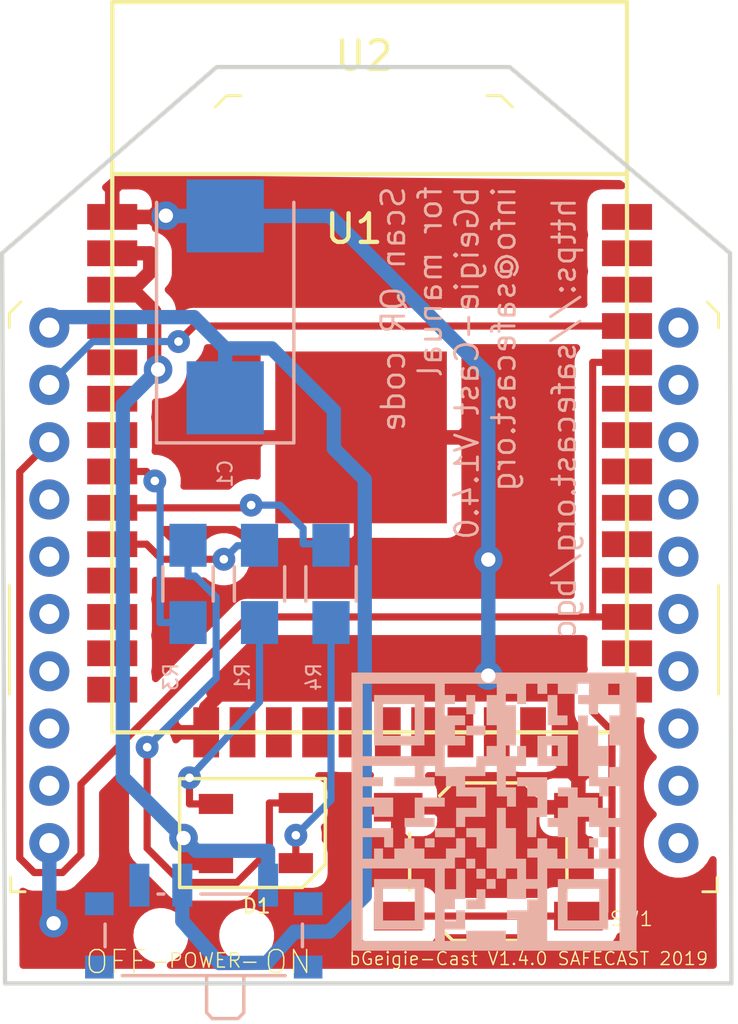
<source format=kicad_pcb>
(kicad_pcb (version 20201002) (generator pcbnew)

  (general
    (thickness 1.6)
  )

  (paper "A4")
  (layers
    (0 "F.Cu" signal "Top")
    (31 "B.Cu" signal "Bottom")
    (32 "B.Adhes" user "B.Adhesive")
    (33 "F.Adhes" user "F.Adhesive")
    (34 "B.Paste" user)
    (35 "F.Paste" user)
    (36 "B.SilkS" user "B.Silkscreen")
    (37 "F.SilkS" user "F.Silkscreen")
    (38 "B.Mask" user)
    (39 "F.Mask" user)
    (40 "Dwgs.User" user "User.Drawings")
    (41 "Cmts.User" user "User.Comments")
    (42 "Eco1.User" user "User.Eco1")
    (43 "Eco2.User" user "User.Eco2")
    (44 "Edge.Cuts" user)
    (45 "Margin" user)
    (46 "B.CrtYd" user "B.Courtyard")
    (47 "F.CrtYd" user "F.Courtyard")
    (48 "B.Fab" user)
    (49 "F.Fab" user)
  )

  (setup
    (grid_origin 148.75 98.75)
    (pcbplotparams
      (layerselection 0x00010fc_ffffffff)
      (usegerberextensions true)
      (usegerberattributes true)
      (usegerberadvancedattributes false)
      (creategerberjobfile false)
      (svguseinch false)
      (svgprecision 6)
      (excludeedgelayer false)
      (plotframeref false)
      (viasonmask false)
      (mode 1)
      (useauxorigin false)
      (hpglpennumber 1)
      (hpglpenspeed 20)
      (hpglpendiameter 15.000000)
      (psnegative false)
      (psa4output false)
      (plotreference true)
      (plotvalue true)
      (plotinvisibletext false)
      (sketchpadsonfab false)
      (subtractmaskfromsilk false)
      (outputformat 1)
      (mirror false)
      (drillshape 0)
      (scaleselection 1)
      (outputdirectory "gerber files/")
    )
  )


  (net 0 "")
  (net 1 "GND")
  (net 2 "VDD")
  (net 3 "Net-(D1-Pad1)")
  (net 4 "Net-(D1-Pad3)")
  (net 5 "Net-(D1-Pad4)")
  (net 6 "Net-(SW1-Pad1)")
  (net 7 "Net-(U1-Pad27)")
  (net 8 "+3V3")
  (net 9 "Net-(U1-Pad35)")
  (net 10 "Net-(R1-Pad1)")
  (net 11 "Net-(R3-Pad1)")
  (net 12 "Net-(R4-Pad1)")

  (module "Buttons_Switches_SMD:SW_SPST_TL3342" (layer "F.Cu") (tedit 58724C2D) (tstamp 00000000-0000-0000-0000-00005c6e873a)
    (at 152.75 118 180)
    (descr "Low-profile SMD Tactile Switch, https://www.e-switch.com/system/asset/product_line/data_sheet/165/TL3342.pdf")
    (tags "SPST Tactile Switch")
    (path "/00000000-0000-0000-0000-00005c64b43d")
    (attr smd)
    (fp_text reference "SW1" (at 2.25 1.68 180) (layer "F.SilkS") hide
      (effects (font (size 1 1) (thickness 0.15)))
      (tstamp f95c1bc7-2cdc-4f0e-96b2-1a77bb2ae8a6)
    )
    (fp_text value "TACT-SWITCH" (at 2.25 5.38988 180) (layer "F.Fab") hide
      (effects (font (size 1 1) (thickness 0.15)))
      (tstamp 771633e7-c6c3-4217-bbf8-84068c43bed9)
    )
    (fp_text user "${REFERENCE}" (at -5 -2) (layer "F.SilkS")
      (effects (font (size 0.5 0.5) (thickness 0.05)))
      (tstamp a7050c4d-0160-4e1c-9fe6-882b3b354f70)
    )
    (fp_line (start 1.7 2.3) (end 1.25 2.75) (layer "F.SilkS") (width 0.12) (tstamp 3e4eb8f1-5e5d-490a-ae58-028d244403b7))
    (fp_line (start -1.25 -2.75) (end 1.25 -2.75) (layer "F.SilkS") (width 0.12) (tstamp 51fa2297-f737-4867-aff2-80d8a6eac0be))
    (fp_line (start -1.7 -2.3) (end -1.25 -2.75) (layer "F.SilkS") (width 0.12) (tstamp 6cc19201-44f5-41fe-8ee4-77b33093a7d8))
    (fp_line (start -2.75 -1) (end -2.75 1) (layer "F.SilkS") (width 0.12) (tstamp 9c576e2c-4418-4750-9705-14a3022cf3ea))
    (fp_line (start 2.75 -1) (end 2.75 1) (layer "F.SilkS") (width 0.12) (tstamp a9aa1b83-1faf-4dd5-8500-503561c842d7))
    (fp_line (start -1.7 2.3) (end -1.25 2.75) (layer "F.SilkS") (width 0.12) (tstamp c9fb0b7c-10ac-448c-953d-255ce49fee4f))
    (fp_line (start -1.25 2.75) (end 1.25 2.75) (layer "F.SilkS") (width 0.12) (tstamp e50ed463-2540-43b3-95ed-36ac8cdaa08e))
    (fp_line (start 1.7 -2.3) (end 1.25 -2.75) (layer "F.SilkS") (width 0.12) (tstamp f3da4382-2fe1-4eee-a874-68bf265a8e5b))
    (fp_line (start -4.25 -3) (end 4.25 -3) (layer "F.CrtYd") (width 0.05) (tstamp 39c46566-ede9-42d6-b001-7e10f72e87d9))
    (fp_line (start 4.25 -3) (end 4.25 3) (layer "F.CrtYd") (width 0.05) (tstamp 9916bdba-aca4-4dc1-a1fa-f91a7bbecfa4))
    (fp_line (start -4.25 3) (end -4.25 -3) (layer "F.CrtYd") (width 0.05) (tstamp b130ebc7-6e1d-4a76-98f3-a6dce6ed9687))
    (fp_line (start 4.25 3) (end -4.25 3) (layer "F.CrtYd") (width 0.05) (tstamp c610b3ab-8ed5-493f-9c4b-ae5925b923a0))
    (fp_line (start 1 -2) (end 2 -1) (layer "F.Fab") (width 0.1) (tstamp 02a2d2d6-775e-476e-a4f9-39a44d9e0752))
    (fp_line (start -1.7 -2.1) (end -3.2 -2.1) (layer "F.Fab") (width 0.1) (tstamp 030971c1-832e-45a9-92d5-3b5553339c24))
    (fp_line (start -3.2 -2.1) (end -3.2 -1.6) (layer "F.Fab") (width 0.1) (tstamp 0b554764-6fa5-46df-a61a-060e04951c92))
    (fp_line (start 2.6 -1.2) (end 1.2 -2.6) (layer "F.Fab") (width 0.1) (tstamp 0d5f8e32-5f36-49c3-b022-1ebea6702738))
    (fp_line (start 3.2 2.1) (end 3.2 1.6) (layer "F.Fab") (width 0.1) (tstamp 0f751152-516e-42a4-98ad-f35a2b868e81))
    (fp_line (start -2.7 -2.1) (end -2.7 -1.6) (layer "F.Fab") (width 0.1) (tstamp 0ff9705d-1211-46c5-a584-134683c5f691))
    (fp_line (start 3.2 -2.1) (end 3.2 -1.6) (layer "F.Fab") (width 0.1) (tstamp 194b3e4e-bc81-4110-9488-1975121ff396))
    (fp_line (start -2.6 -1.2) (end -2.6 1.2) (layer "F.Fab") (width 0.1) (tstamp 285d7cfb-cfc3-4f32-aa17-4bc8537daaaa))
    (fp_line (start -2 1) (end -2 -1) (layer "F.Fab") (width 0.1) (tstamp 2d7b339a-6dae-4ccd-9c4c-86d935ae3967))
    (fp_line (start 2 1) (end 1 2) (layer "F.Fab") (width 0.1) (tstamp 3198ac37-7185-479c-8193-c1e17315b91a))
    (fp_line (start 2.7 2.1) (end 2.7 1.6) (layer "F.Fab") (width 0.1) (tstamp 3719c5b5-ddb1-4107-9dc7-2bc0d64330fa))
    (fp_line (start -1.7 2.1) (end -3.2 2.1) (layer "F.Fab") (width 0.1) (tstamp 3f531558-c26d-4503-8c75-ec978da5a1bf))
    (fp_line (start 3.2 1.6) (end 2.2 1.6) (layer "F.Fab") (width 0.1) (tstamp 4a338f64-0a74-46f1-bd6b-f895ff12fc50))
    (fp_line (start -2 -1) (end -1 -2) (layer "F.Fab") (width 0.1) (tstamp 54ca1961-9f04-4198-9f70-836b51700e80))
    (fp_line (start 3.2 -1.6) (end 2.2 -1.6) (layer "F.Fab") (width 0.1) (tstamp 587f88c5-abc6-4ef0-8a78-1ffdfc7ca494))
    (fp_line (start -2.6 1.2) (end -1.2 2.6) (layer "F.Fab") (width 0.1) (tstamp 5d9e10ae-f6d1-4a29-a278-43c0a93c40f3))
    (fp_line (start 2.7 -2.1) (end 2.7 -1.6) (layer "F.Fab") (width 0.1) (tstamp 60011bd5-4e7e-46a6-b287-8f8aa643aba0))
    (fp_line (start -1.2 2.6) (end 1.2 2.6) (layer "F.Fab") (width 0.1) (tstamp 661c7bf5-1ab7-42c4-911f-411ecfb6897d))
    (fp_line (start -1 -2) (end 1 -2) (layer "F.Fab") (width 0.1) (tstamp 68461815-6e2f-483e-8b22-ed48fd1672da))
    (fp_line (start -3.2 2.1) (end -3.2 1.6) (layer "F.Fab") (width 0.1) (tstamp 6c56ed2a-4408-4fe5-9b32-6b27ef4c2d16))
    (fp_line (start 1.7 -2.1) (end 3.2 -2.1) (layer "F.Fab") (width 0.1) (tstamp 78199f05-e9d6-479b-a90b-328854afe9cf))
    (fp_line (start -3.2 1.6) (end -2.2 1.6) (layer "F.Fab") (width 0.1) (tstamp 83cb2d52-dd82-46c3-9231-47c544112575))
    (fp_line (start -2.7 2.1) (end -2.7 1.6) (layer "F.Fab") (width 0.1) (tstamp 864d62c7-ca9f-4afa-a208-985cc8c62344))
    (fp_line (start 1 2) (end -1 2) (layer "F.Fab") (width 0.1) (tstamp 88b94285-3962-4fe7-9a30-6fb0dc9a6778))
    (fp_line (start 1.7 2.1) (end 3.2 2.1) (layer "F.Fab") (width 0.1) (tstamp 96588581-ec99-48f8-b75b-34852ba18b7b))
    (fp_line (start -1 2) (end -2 1) (layer "F.Fab") (width 0.1) (tstamp 9ad828c6-cf8e-4286-a09f-681f29bc481f))
    (fp_line (start 1.2 2.6) (end 2.6 1.2) (layer "F.Fab") (width 0.1) (tstamp 9b6f4f90-1795-473e-b4d9-ddc8fc2a7221))
    (fp_line (start 1.2 -2.6) (end -1.2 -2.6) (layer "F.Fab") (width 0.1) (tstamp bb4d493c-c947-4f15-8388-c300dde66252))
    (fp_line (start 2 -1) (end 2 1) (layer "F.Fab") (width 0.1) (tstamp c89abd55-5a2f-47fa-abef-ffd9211bf639))
    (fp_line (start -3.2 -1.6) (end -2.2 -1.6) (layer "F.Fab") (width 0.1) (tstamp ddf7ddd5-270c-4afd-8e19-0085336b0d68))
    (fp_line (start 2.6 1.2) (end 2.6 -1.2) (layer "F.Fab") (width 0.1) (tstamp e53a431b-83db-4041-93f4-0bd6fdbd9cf0))
    (fp_line (start -1.2 -2.6) (end -2.6 -1.2) (layer "F.Fab") (width 0.1) (tstamp f22b5624-b9bf-4a8b-8d16-2475c4c18f01))
    (fp_circle (center 0 0) (end 1 0) (layer "F.Fab") (width 0.1) (tstamp 150d9006-3d4d-49bf-ada6-e18c693781dd))
    (pad "1" smd rect (at 3.15 -1.9 180) (size 1.7 1) (layers "F.Cu" "F.Paste" "F.Mask")
      (net 6 "Net-(SW1-Pad1)") (tstamp 4fd82b1a-8c39-4a14-9b3f-09760454218b))
    (pad "1" smd rect (at -3.15 -1.9 180) (size 1.7 1) (layers "F.Cu" "F.Paste" "F.Mask")
      (net 6 "Net-(SW1-Pad1)") (tstamp 8a0d8aca-226e-4d91-94ba-b23e0a468e86))
    (pad "2" smd rect (at 3.15 1.9 180) (size 1.7 1) (layers "F.Cu" "F.Paste" "F.Mask")
      (net 1 "GND") (tstamp 03d53881-4e0a-470e-b5fc-cff21f59bda2))
    (pad "2" smd rect (at -3.15 1.9 180) (size 1.7 1) (layers "F.Cu" "F.Paste" "F.Mask")
      (net 1 "GND") (tstamp 89a0f2f8-d822-44a3-8f41-f70f2f16349c))
    (model "${KISYS3DMOD}/Buttons_Switches_SMD.3dshapes/SW_SPST_TL3342.wrl"
      (offset (xyz 0 0 0))
      (scale (xyz 1 1 1))
      (rotate (xyz 0 0 0))
    )
    (model "${KISYS3DMOD}/Button_Switch_SMD.3dshapes/SW_SPST_TL3342.wrl"
      (offset (xyz 0 0 0))
      (scale (xyz 1 1 1))
      (rotate (xyz 0 0 0))
    )
  )

  (module "digikey-footprints:DJS-BRGBC-TR8" (layer "F.Cu") (tedit 5CBA3FFB) (tstamp 00000000-0000-0000-0000-00005cd0f46f)
    (at 144.75 117 90)
    (path "/00000000-0000-0000-0000-00005c649ce7")
    (attr smd)
    (fp_text reference "D1" (at -2.55 -0.1) (layer "F.SilkS")
      (effects (font (size 0.5 0.5) (thickness 0.075)))
      (tstamp 5b4481b9-c1cf-4fce-b944-7fa1ceef478c)
    )
    (fp_text value "RGB-LED" (at 0 0 180) (layer "F.Fab")
      (effects (font (size 0.5 0.5) (thickness 0.1)))
      (tstamp 8ad93221-c1e3-4392-acaf-85d95d5f246e)
    )
    (fp_line (start -1.1 2.3) (end -1.9 1.5) (layer "F.SilkS") (width 0.12) (tstamp 282162de-8cdb-4577-a46f-6cf9f51e2ffa))
    (fp_line (start -1.9 -2.794) (end 1.9 -2.794) (layer "F.SilkS") (width 0.12) (tstamp 50446b42-847c-4bac-b427-a94399264ed6))
    (fp_line (start -1.9 1.5) (end -1.9 -2.794) (layer "F.SilkS") (width 0.12) (tstamp 73d5f29e-4177-4d45-aca9-ea20522adfde))
    (fp_line (start 1.9 2.3) (end -1.1 2.3) (layer "F.SilkS") (width 0.12) (tstamp be6f4d46-de0d-4493-9c5e-f1aa969afdc2))
    (fp_line (start 1.9 -2.794) (end 1.9 2.3) (layer "F.SilkS") (width 0.12) (tstamp f0184d36-5a5e-4220-9032-c4c3690cc71c))
    (fp_line (start -1.65 2.05) (end -1.65 -2.54) (layer "F.CrtYd") (width 0.05) (tstamp 21bfba9e-915b-4ce2-a298-28bec06481c5))
    (fp_line (start 1.65 2.05) (end -1.65 2.05) (layer "F.CrtYd") (width 0.05) (tstamp 699b8119-25c3-4622-a029-55287951b22a))
    (fp_line (start 1.65 -2.54) (end 1.65 2.05) (layer "F.CrtYd") (width 0.05) (tstamp e69a8eb6-c92d-4cab-b7ae-027c32209867))
    (fp_line (start -1.65 -2.54) (end 1.65 -2.54) (layer "F.CrtYd") (width 0.05) (tstamp f910bf6f-c5f5-41d7-a5a2-39dcaf3babb3))
    (pad "1" smd rect (at -1.05 1.27 90) (size 0.7 1.2) (layers "F.Cu" "F.Paste" "F.Mask")
      (net 3 "Net-(D1-Pad1)") (tstamp 766b4ad5-6841-4b17-9943-3baa846eae31))
    (pad "2" smd rect (at -1.05 -1.524 90) (size 0.7 1.2) (layers "F.Cu" "F.Paste" "F.Mask")
      (net 8 "+3V3") (tstamp d99ddacd-2811-4263-9bc0-d86a842e3c0a))
    (pad "3" smd rect (at 1.016 -1.524 90) (size 0.7 1.2) (layers "F.Cu" "F.Paste" "F.Mask")
      (net 4 "Net-(D1-Pad3)") (tstamp 2789ef8a-95bb-4106-8a5b-b77803a4a0a2))
    (pad "4" smd rect (at 1.05 1.27 90) (size 0.7 1.2) (layers "F.Cu" "F.Paste" "F.Mask")
      (net 5 "Net-(D1-Pad4)") (tstamp 91937942-e97f-4f11-b103-ddc2943e2f09))
    (model "${KISYS3DMOD}/LED_SMD.3dshapes/LED_0805_2012Metric.step"
      (offset (xyz 0 0 0))
      (scale (xyz 1.6 1.9 1))
      (rotate (xyz 0 0 90))
    )
  )

  (module "digikey-footprints:XBEE-20_THT" (layer "F.Cu") (tedit 5CD3E5B4) (tstamp 00000000-0000-0000-0000-00005cd3e61b)
    (at 148.4 108.35)
    (descr "https://www.digi.com/pdf/ds_xbeemultipointmodules.pdf")
    (path "/00000000-0000-0000-0000-00004d826fcc")
    (attr through_hole)
    (fp_text reference "U2" (at 0 -18.49) (layer "F.SilkS")
      (effects (font (size 1 1) (thickness 0.15)))
      (tstamp 931a4cf3-c552-4ed3-8f92-6115ab0e23aa)
    )
    (fp_text value "XBEE-socket" (at 0 12.45) (layer "F.Fab")
      (effects (font (size 1 1) (thickness 0.15)))
      (tstamp 54b0ecd6-3186-4b4b-929b-efd811ee20db)
    )
    (fp_text user "${REFERENCE}" (at 0.85 -0.15) (layer "F.Fab")
      (effects (font (size 1 1) (thickness 0.15)))
      (tstamp 751d2db5-62ba-4226-a091-b9e466c11a94)
    )
    (fp_line (start 4.8 -17.1) (end 5.2 -16.7) (layer "F.SilkS") (width 0.1) (tstamp 06911378-5d3e-4127-b1de-4d09f33da904))
    (fp_line (start -12.4 -9.5) (end -12.4 -9) (layer "F.SilkS") (width 0.1) (tstamp 09685d67-c923-470b-9668-2be2188c285d))
    (fp_line (start 12.35 10.7) (end 12.35 10.2) (layer "F.SilkS") (width 0.1) (tstamp 19f8ec00-2587-4cb8-9066-6e7cf2b72d86))
    (fp_line (start -12.35 10.7) (end -11.85 10.7) (layer "F.SilkS") (width 0.1) (tstamp 2561c4f5-5f01-481f-a8f0-5a52c9ddce92))
    (fp_line (start -12.35 10.7) (end -12.35 10.2) (layer "F.SilkS") (width 0.1) (tstamp 32998a60-71be-4bcf-96ef-2a1f87f356e4))
    (fp_line (start 12.35 10.7) (end 11.85 10.7) (layer "F.SilkS") (width 0.1) (tstamp 43df0af1-16ee-4169-8aa5-395b6d886dcd))
    (fp_line (start 12.4 -9.5) (end 12 -9.9) (layer "F.SilkS") (width 0.1) (tstamp 4dcb2051-58b8-4b62-8ac1-14f07ca90fc4))
    (fp_line (start 12.4 0) (end 12.4 3.8) (layer "F.SilkS") (width 0.1) (tstamp 816bec80-315f-4036-abf0-0a105960e275))
    (fp_line (start -4.8 -17.1) (end -5.2 -16.7) (layer "F.SilkS") (width 0.1) (tstamp 86e0b5c1-a062-400a-b576-d9df2a644ea1))
    (fp_line (start -12.4 -9.5) (end -12 -9.9) (layer "F.SilkS") (width 0.1) (tstamp 883f8ce8-6404-4248-a353-4e881cd7649e))
    (fp_line (start -4.8 -17.1) (end -4.3 -17.1) (layer "F.SilkS") (width 0.1) (tstamp b00d0c51-1d77-45ea-9ab5-a3706c3b85ce))
    (fp_line (start 12.4 -9.5) (end 12.4 -9) (layer "F.SilkS") (width 0.1) (tstamp bfe50c38-863d-4eab-b94d-2d132ea43805))
    (fp_line (start -12.4 0) (end -12.4 3.8) (layer "F.SilkS") (width 0.1) (tstamp c841748c-a6aa-4777-971b-a62ec3fc6b90))
    (fp_line (start 4.8 -17.1) (end 4.3 -17.1) (layer "F.SilkS") (width 0.1) (tstamp e6d5295e-3497-4d5d-8e4a-2173826b0f6c))
    (fp_line (start 12.5 -17.25) (end 12.5 10.85) (layer "F.CrtYd") (width 0.05) (tstamp 6504791e-12b3-40c8-8dda-723f237a144b))
    (fp_line (start -12.5 10.85) (end 12.5 10.85) (layer "F.CrtYd") (width 0.05) (tstamp aa9157a4-1034-4fdf-b082-a2f84c037b2f))
    (fp_line (start -12.5 -17.25) (end -12.5 10.85) (layer "F.CrtYd") (width 0.05) (tstamp e4e80d8c-e0c1-4c3a-9e95-d0410dd41e86))
    (fp_line (start -12.5 -17.25) (end 12.5 -17.25) (layer "F.CrtYd") (width 0.05) (tstamp ff5b97e7-7551-4f18-af8b-90ac3cf4632b))
    (fp_line (start -4.75 -17) (end 4.75 -17) (layer "F.Fab") (width 0.1) (tstamp 2945527f-1c72-4f7c-81a1-771cfc5c9678))
    (fp_line (start -12.25 -9.5) (end -4.75 -17) (layer "F.Fab") (width 0.1) (tstamp 76b07422-3f72-47b8-b56f-b4ab41994fda))
    (fp_line (start -12.25 10.6) (end 12.25 10.6) (layer "F.Fab") (width 0.1) (tstamp 7ecf5613-5387-4351-9787-4130ae0a5024))
    (fp_line (start 4.75 -17) (end 12.25 -9.5) (layer "F.Fab") (width 0.1) (tstamp 812b28d0-bcc9-4754-9554-c9cf2f05525f))
    (fp_line (start 12.25 -9.5) (end 12.25 10.6) (layer "F.Fab") (width 0.1) (tstamp b2f6f7e1-7169-41c7-a566-7ab12bd90610))
    (fp_line (start -12.25 -9.5) (end -12.25 10.6) (layer "F.Fab") (width 0.1) (tstamp eb0cff7b-1020-437b-8a9e-ee143350d470))
    (pad "1" thru_hole circle (at -11 -9) (size 1.4 1.4) (drill 0.7) (layers *.Cu *.Mask)
      (net 2 "VDD") (tstamp d4ed2cd0-464e-455b-ba62-4ddac0d6cd9d))
    (pad "2" thru_hole circle (at -11 -7) (size 1.4 1.4) (drill 0.7) (layers *.Cu *.Mask)
      (net 9 "Net-(U1-Pad35)") (tstamp dd411404-e05b-44be-bb29-b2144ce9ec1d))
    (pad "3" thru_hole circle (at -11 -5) (size 1.4 1.4) (drill 0.7) (layers *.Cu *.Mask)
      (net 7 "Net-(U1-Pad27)") (tstamp bd68a64e-fc67-414c-af4c-21d8e7157158))
    (pad "4" thru_hole circle (at -11 -3) (size 1.4 1.4) (drill 0.7) (layers *.Cu *.Mask) (tstamp 9ffd402c-a53e-4db9-b418-8da1da6ef7f4))
    (pad "5" thru_hole circle (at -11 -1) (size 1.4 1.4) (drill 0.7) (layers *.Cu *.Mask) (tstamp 0408a956-ce64-448b-9e71-d603a1a76af6))
    (pad "6" thru_hole circle (at -11 1) (size 1.4 1.4) (drill 0.7) (layers *.Cu *.Mask) (tstamp 2d18c2c1-ece8-455e-92d0-666b246e32b9))
    (pad "7" thru_hole circle (at -11 3) (size 1.4 1.4) (drill 0.7) (layers *.Cu *.Mask) (tstamp 1485779f-17f5-4eb8-8631-a3152eb1f662))
    (pad "8" thru_hole circle (at -11 5) (size 1.4 1.4) (drill 0.7) (layers *.Cu *.Mask) (tstamp c7642fba-608c-48d7-98a5-ebd58ef0c6e9))
    (pad "9" thru_hole circle (at -11 7) (size 1.4 1.4) (drill 0.7) (layers *.Cu *.Mask) (tstamp b8359e52-73ed-401e-b813-f258ad3865ba))
    (pad "10" thru_hole circle (at -11 9) (size 1.4 1.4) (drill 0.7) (layers *.Cu *.Mask)
      (net 1 "GND") (tstamp a38faa26-5e73-45c4-9519-53d776d44004))
    (pad "11" thru_hole circle (at 11 9) (size 1.4 1.4) (drill 0.7) (layers *.Cu *.Mask) (tstamp fc576264-8677-4c50-80f0-d726a2966862))
    (pad "12" thru_hole circle (at 11 7) (size 1.4 1.4) (drill 0.7) (layers *.Cu *.Mask) (tstamp 08165d8b-8acf-4b4a-8db1-b97ee36d4176))
    (pad "13" thru_hole circle (at 11 5) (size 1.4 1.4) (drill 0.7) (layers *.Cu *.Mask) (tstamp 0b872242-20a0-4b16-a182-46d973a545c1))
    (pad "14" thru_hole circle (at 11 3) (size 1.4 1.4) (drill 0.7) (layers *.Cu *.Mask) (tstamp 238228fc-b7ee-4b63-b9ca-0f0ef9aec556))
    (pad "15" thru_hole circle (at 11 1) (size 1.4 1.4) (drill 0.7) (layers *.Cu *.Mask) (tstamp 67134e42-c97c-4299-87fe-07f1bb307f01))
    (pad "16" thru_hole circle (at 11 -1) (size 1.4 1.4) (drill 0.7) (layers *.Cu *.Mask) (tstamp edfdab2d-ee14-4cfa-a680-5dbab2e45d64))
    (pad "17" thru_hole circle (at 11 -3) (size 1.4 1.4) (drill 0.7) (layers *.Cu *.Mask) (tstamp 9ac1b302-76db-4495-847a-30a6427ffa60))
    (pad "18" thru_hole circle (at 11 -5) (size 1.4 1.4) (drill 0.7) (layers *.Cu *.Mask) (tstamp af7a1335-7f78-47cf-b229-e7640d8e6f9d))
    (pad "19" thru_hole circle (at 11 -7) (size 1.4 1.4) (drill 0.7) (layers *.Cu *.Mask) (tstamp 262acad2-c8fd-4ed9-b4a7-46ccdbaa3f0d))
    (pad "20" thru_hole circle (at 11 -9) (size 1.4 1.4) (drill 0.7) (layers *.Cu *.Mask) (tstamp 1252aad5-d2ee-4555-88a8-0fda22d3c96c))
    (model "${KISYS3DMOD}/Connector_PinHeader_2.00mm.3dshapes/PinHeader_1x10_P2.00mm_Vertical.step"
      (offset (xyz -11 9 -2))
      (scale (xyz 1 1 1))
      (rotate (xyz 0 180 0))
    )
    (model "${KISYS3DMOD}/Connector_PinHeader_2.00mm.3dshapes/PinHeader_1x10_P2.00mm_Vertical.step"
      (offset (xyz 11 9 -2))
      (scale (xyz 1 1 1))
      (rotate (xyz 0 180 0))
    )
  )

  (module "ESP32-footprints-Lib:ESP-32S" locked (layer "F.Cu") (tedit 5F8128D8) (tstamp 00000000-0000-0000-0000-00005cd3e70f)
    (at 148.653 105)
    (path "/00000000-0000-0000-0000-00005c64bd37")
    (attr through_hole)
    (fp_text reference "U1" (at -0.6 -9.1) (layer "F.SilkS")
      (effects (font (size 1 1) (thickness 0.15)))
      (tstamp 20d5b375-b93a-4705-91ee-97f24f492fcf)
    )
    (fp_text value "ESP32S" (at 8.347 9.25) (layer "F.Fab")
      (effects (font (size 0.5 0.5) (thickness 0.05)))
      (tstamp 3e79d1ad-0927-4ea3-ab7a-c7b08067bc24)
    )
    (fp_text user "AI-Thinker/Espressif" (at 6.3 -1.6 90) (layer "F.SilkS") hide
      (effects (font (size 1 1) (thickness 0.15)))
      (tstamp 5d35abc7-49d0-480e-b0da-cc333129123c)
    )
    (fp_text user "ESP-32S" (at 4.8 2.8 90) (layer "F.SilkS") hide
      (effects (font (size 1 1) (thickness 0.15)))
      (tstamp 841af92b-47a0-4f14-a538-209dfac8adbf)
    )
    (fp_line (start -9.052566 -17.017338) (end -9.052566 8.482662) (layer "F.SilkS") (width 0.15) (tstamp 1cedd0d8-f94a-469b-b767-07e6907acca1))
    (fp_line (start 8.947434 8.482662) (end -9.052566 8.482662) (layer "F.SilkS") (width 0.15) (tstamp 46deb74e-660e-4a13-bbcf-050f6dae1902))
    (fp_line (start 8.947434 -11.017338) (end -9.052566 -11.017338) (layer "F.SilkS") (width 0.15) (tstamp 7c4eaa46-a67a-47ea-92a9-9b990e000fe2))
    (fp_line (start 8.947434 -17.017338) (end 8.947434 8.482662) (layer "F.SilkS") (width 0.15) (tstamp c1c1f907-d688-4d7d-bd7d-f9c74ad14e86))
    (fp_line (start 8.947434 -17.017338) (end -9.052566 -17.017338) (layer "F.SilkS") (width 0.15) (tstamp ef3a188c-5031-463d-b761-ab0dc0bc5c6f))
    (pad "" smd rect (at -0.352566 -1.817338 180) (size 6 6) (layers "F.Cu" "F.Paste" "F.Mask") (tstamp dc165ef4-badf-449f-9a3d-d1f8f7b49f22))
    (pad "1" smd rect (at -9.052566 -9.517338 180) (size 1.75 0.9) (layers "F.Cu" "F.Paste" "F.Mask")
      (net 1 "GND") (tstamp b71b5150-7dc4-4572-b0cc-00014246f6f7))
    (pad "2" smd rect (at -9.052566 -8.247338 180) (size 1.75 0.9) (layers "F.Cu" "F.Paste" "F.Mask")
      (net 8 "+3V3") (tstamp 8f98e648-ee79-4295-94f8-d7cc81a41e6e))
    (pad "3" smd rect (at -9.052566 -6.977338 180) (size 1.75 0.9) (layers "F.Cu" "F.Paste" "F.Mask")
      (net 8 "+3V3") (tstamp 0dd8b9b0-4ebe-4f79-bc2a-b83c62a2766c))
    (pad "4" smd rect (at -9.052566 -5.707338 180) (size 1.75 0.9) (layers "F.Cu" "F.Paste" "F.Mask") (tstamp 7e982202-9474-4cd9-9a44-842dc22bf302))
    (pad "5" smd rect (at -9.052566 -4.437338 180) (size 1.75 0.9) (layers "F.Cu" "F.Paste" "F.Mask") (tstamp 3c0bf5dc-90c7-4f92-875c-198fc0af3828))
    (pad "6" smd rect (at -9.052566 -3.167338 180) (size 1.75 0.9) (layers "F.Cu" "F.Paste" "F.Mask") (tstamp 1caac1f4-1449-4d91-bb87-552efc27565a))
    (pad "7" smd rect (at -9.052566 -1.897338 180) (size 1.75 0.9) (layers "F.Cu" "F.Paste" "F.Mask") (tstamp d543b898-298f-45f0-9f59-f10e7d970a65))
    (pad "8" smd rect (at -9.052566 -0.627338 180) (size 1.75 0.9) (layers "F.Cu" "F.Paste" "F.Mask")
      (net 11 "Net-(R3-Pad1)") (tstamp 863dc275-23ae-4609-a7ba-642f15404050))
    (pad "9" smd rect (at -9.052566 0.642662 180) (size 1.75 0.9) (layers "F.Cu" "F.Paste" "F.Mask")
      (net 12 "Net-(R4-Pad1)") (tstamp e2e50bf5-4ae7-47b3-996d-8acfcdfa808c))
    (pad "10" smd rect (at -9.052566 1.912662 180) (size 1.75 0.9) (layers "F.Cu" "F.Paste" "F.Mask")
      (net 10 "Net-(R1-Pad1)") (tstamp 8ef26015-d380-4479-aec3-ec04d4340905))
    (pad "11" smd rect (at -9.052566 3.182662 180) (size 1.75 0.9) (layers "F.Cu" "F.Paste" "F.Mask") (tstamp 9adf1075-506e-4a2d-992a-5860cfc7b782))
    (pad "12" smd rect (at -9.052566 4.452662 180) (size 1.75 0.9) (layers "F.Cu" "F.Paste" "F.Mask") (tstamp d691a373-299c-4d42-8401-646f2170537b))
    (pad "13" smd rect (at -9.052566 5.722662 180) (size 1.75 0.9) (layers "F.Cu" "F.Paste" "F.Mask") (tstamp 56f1fcba-7a90-4435-bc49-07c4e3cbfa66))
    (pad "14" smd rect (at -9.052566 6.992662 180) (size 1.75 0.9) (layers "F.Cu" "F.Paste" "F.Mask") (tstamp 4ce4677d-e8c1-4426-966d-fd6041c8d81d))
    (pad "15" smd rect (at -5.767566 8.482662 180) (size 0.9 1.75) (layers "F.Cu" "F.Paste" "F.Mask")
      (net 1 "GND") (tstamp 4b931f43-3f95-47ae-b34b-38be1fdffb65))
    (pad "16" smd rect (at -4.497566 8.482662 180) (size 0.9 1.75) (layers "F.Cu" "F.Paste" "F.Mask") (tstamp 78372aa2-f2f7-4026-8a57-9aa7ea61176c))
    (pad "17" smd rect (at -3.227566 8.482662 180) (size 0.9 1.75) (layers "F.Cu" "F.Paste" "F.Mask") (tstamp 35958c20-7e75-4e0c-9bc5-eb4948e2e1ba))
    (pad "18" smd rect (at -1.957566 8.482662 180) (size 0.9 1.75) (layers "F.Cu" "F.Paste" "F.Mask") (tstamp 8f0c4f18-67cc-45b0-a2c3-ca69132f2c48))
    (pad "19" smd rect (at -0.687566 8.482662 180) (size 0.9 1.75) (layers "F.Cu" "F.Paste" "F.Mask") (tstamp 66c2b8ad-488c-49b7-81c2-23de1e2f6fd9))
    (pad "20" smd rect (at 0.582434 8.482662 180) (size 0.9 1.75) (layers "F.Cu" "F.Paste" "F.Mask") (tstamp 58ca2c01-8189-4a8d-b176-d021abfb8079))
    (pad "21" smd rect (at 1.852434 8.482662 180) (size 0.9 1.75) (layers "F.Cu" "F.Paste" "F.Mask") (tstamp dfe60053-2b98-4116-aa4a-0c1107d77e80))
    (pad "22" smd rect (at 3.122434 8.482662 180) (size 0.9 1.75) (layers "F.Cu" "F.Paste" "F.Mask") (tstamp 460ebf0f-b0a4-46db-ad6a-cb58ee324b93))
    (pad "23" smd rect (at 4.392434 8.482662 180) (size 0.9 1.75) (layers "F.Cu" "F.Paste" "F.Mask") (tstamp b7454c03-1530-4a03-aff1-610b65e08e9d))
    (pad "24" smd rect (at 5.662434 8.482662 180) (size 0.9 1.75) (layers "F.Cu" "F.Paste" "F.Mask") (tstamp 91221ee6-cd36-4f26-97e9-58690c0a9c6b))
    (pad "25" smd rect (at 8.947434 6.992662 180) (size 1.75 0.9) (layers "F.Cu" "F.Paste" "F.Mask")
      (net 6 "Net-(SW1-Pad1)") (tstamp 10fed875-6bc5-4a03-a338-5281b172eb06))
    (pad "26" smd rect (at 8.947434 5.722662 180) (size 1.75 0.9) (layers "F.Cu" "F.Paste" "F.Mask") (tstamp 28ab083c-09f7-4e3d-b52b-a4f711130b4a))
    (pad "27" smd rect (at 8.947434 4.452662 180) (size 1.75 0.9) (layers "F.Cu" "F.Paste" "F.Mask")
      (net 7 "Net-(U1-Pad27)") (tstamp 13b5a859-6216-4451-8474-f5f2c494b1b1))
    (pad "28" smd rect (at 8.947434 3.182662 180) (size 1.75 0.9) (layers "F.Cu" "F.Paste" "F.Mask") (tstamp 7fd85641-fb06-4ed2-9adf-4ed2f70a0c2c))
    (pad "29" smd rect (at 8.947434 1.912662 180) (size 1.75 0.9) (layers "F.Cu" "F.Paste" "F.Mask") (tstamp 5ead6fbe-2076-419f-9190-e8a3ddd50cac))
    (pad "30" smd rect (at 8.947434 0.642662 180) (size 1.75 0.9) (layers "F.Cu" "F.Paste" "F.Mask") (tstamp fb3c0874-3b05-4b10-8a2e-f46faf6331c4))
    (pad "31" smd rect (at 8.947434 -0.627338 180) (size 1.75 0.9) (layers "F.Cu" "F.Paste" "F.Mask") (tstamp 2f043830-7dbf-4b17-bc86-d9b56009e498))
    (pad "32" smd rect (at 8.947434 -1.897338 180) (size 1.75 0.9) (layers "F.Cu" "F.Paste" "F.Mask") (tstamp 6fe96d3a-0553-4cad-b134-d76cfdd4107a))
    (pad "33" smd rect (at 8.947434 -3.167338 180) (size 1.75 0.9) (layers "F.Cu" "F.Paste" "F.Mask") (tstamp d1622289-40d4-4b10-ac58-e8f44ac1fe81))
    (pad "34" smd rect (at 8.947434 -4.437338 180) (size 1.75 0.9) (layers "F.Cu" "F.Paste" "F.Mask")
      (net 7 "Net-(U1-Pad27)") (tstamp ec474ae4-be76-4c50-ab85-9ed5365c7032))
    (pad "35" smd rect (at 8.947434 -5.707338 180) (size 1.75 0.9) (layers "F.Cu" "F.Paste" "F.Mask")
      (net 9 "Net-(U1-Pad35)") (tstamp 36e278a2-531e-4ee1-bff6-540479c4b5a2))
    (pad "36" smd rect (at 8.947434 -6.977338 180) (size 1.75 0.9) (layers "F.Cu" "F.Paste" "F.Mask") (tstamp 6166edf1-0762-44af-86ea-54247dd13acc))
    (pad "37" smd rect (at 8.947434 -8.247338 180) (size 1.75 0.9) (layers "F.Cu" "F.Paste" "F.Mask") (tstamp 34a1bae7-b89d-441c-8015-34c84f674570))
    (pad "38" smd rect (at 8.947434 -9.517338 180) (size 1.75 0.9) (layers "F.Cu" "F.Paste" "F.Mask") (tstamp 17dc0d4d-bfea-4bc4-9724-1bb8845d8dfb))
    (model "${KISYS3DMOD}/ESP32.3dshapes/esp-wroom-32.STEP"
      (offset (xyz -9 -8.5 0))
      (scale (xyz 1 1 1))
      (rotate (xyz 90 180 180))
    )
  )

  (module "Buttons_Switches_SMD:SW_SPDT_PCM12" (layer "B.Cu") (tedit 5D102483) (tstamp 00000000-0000-0000-0000-00005c70e934)
    (at 142.8 120.25 180)
    (descr "Ultraminiature Surface Mount Slide Switch")
    (path "/00000000-0000-0000-0000-00005c70eaca")
    (attr smd)
    (fp_text reference "SW2" (at 0 -5.08 180) (layer "B.SilkS") hide
      (effects (font (size 0.762 0.762) (thickness 0.1524)) (justify mirror))
      (tstamp aa5a3a8a-c8f9-4393-b089-345cf66c13dc)
    )
    (fp_text value "SWITCH_INV" (at 0 0 180) (layer "B.SilkS") hide
      (effects (font (size 0.762 0.762) (thickness 0.1524)) (justify mirror))
      (tstamp b231a1c6-9ead-410b-a51c-28ebf0edf47e)
    )
    (fp_text user "${REFERENCE}" (at 0 3.2 180) (layer "B.Fab") hide
      (effects (font (size 1 1) (thickness 0.15)) (justify mirror))
      (tstamp f30aacd0-966f-4fcf-b424-e0141da6d628)
    )
    (fp_line (start -1.6 1.12) (end 0.1 1.12) (layer "B.SilkS") (width 0.12) (tstamp 1a66c582-3f1e-4f5d-9069-7a4cea5618e6))
    (fp_line (start 1.4 1.12) (end 1.6 1.12) (layer "B.SilkS") (width 0.12) (tstamp 1c37336a-7057-4b7a-bf33-ee5bb548c283))
    (fp_line (start -1.4 -1.73) (end -1.4 -3.02) (layer "B.SilkS") (width 0.12) (tstamp 2259c83d-9a2b-4b06-92d5-20549f6c1893))
    (fp_line (start -1.4 -3.02) (end -1.2 -3.23) (layer "B.SilkS") (width 0.12) (tstamp 495039a1-669e-40f3-80ea-3d9e2f3ab3f3))
    (fp_line (start -3.45 0.07) (end -3.45 -0.72) (layer "B.SilkS") (width 0.12) (tstamp 6a0bb351-3002-42ec-9382-648a3bc26c4e))
    (fp_line (start -0.1 -3.02) (end -0.1 -1.73) (layer "B.SilkS") (width 0.12) (tstamp 6ccb5364-bf70-427a-8562-1ff7fc525818))
    (fp_line (start -0.1 -3.02) (end -0.3 -3.23) (layer "B.SilkS") (width 0.12) (tstamp 7e4e0647-e89f-44b8-b0e2-7da2e2a2dc74))
    (fp_line (start 3.45 -0.72) (end 3.45 0.07) (layer "B.SilkS") (width 0.12) (tstamp c37e3654-13fe-4286-978e-774d9ef92e7f))
    (fp_line (start -1.2 -3.23) (end -0.3 -3.23) (layer "B.SilkS") (width 0.12) (tstamp eb6120a8-ceb0-420a-85cc-75e8c242bded))
    (fp_line (start -2.85 -1.73) (end 2.85 -1.73) (layer "B.SilkS") (width 0.12) (tstamp f9ba96a3-9db3-4486-9e4a-85c39fc647bb))
    (fp_line (start -1.65 -3.4) (end -1.65 -2.1) (layer "B.CrtYd") (width 0.05) (tstamp 019d138f-20f5-4126-a07b-04d9dfd4ced4))
    (fp_line (start 4.4 -2.1) (end 1.65 -2.1) (layer "B.CrtYd") (width 0.05) (tstamp 12e84a2a-7d89-4551-9a31-556eca1603ef))
    (fp_line (start 4.4 2.45) (end 4.4 -2.1) (layer "B.CrtYd") (width 0.05) (tstamp 64b534e8-f919-4353-add7-733a9438a4eb))
    (fp_line (start 1.65 -2.1) (end 1.65 -3.4) (layer "B.CrtYd") (width 0.05) (tstamp 8f4aee4c-f487-4f15-999b-26c38c171634))
    (fp_line (start -1.65 -2.1) (end -4.4 -2.1) (layer "B.CrtYd") (width 0.05) (tstamp 928524b5-a980-4b7b-ad5b-266c7470ede3))
    (fp_line (start -4.4 2.45) (end 4.4 2.45) (layer "B.CrtYd") (width 0.05) (tstamp 9f4eb941-04a0-4cb9-9d34-61b9acc2911f))
    (fp_line (start -4.4 -2.1) (end -4.4 2.45) (layer "B.CrtYd") (width 0.05) (tstamp ac09cc9c-7830-4330-8f06-8187cfb4223f))
    (fp_line (start 1.65 -3.4) (end -1.65 -3.4) (layer "B.CrtYd") (width 0.05) (tstamp ed53dae9-fda9-4e55-bb85-3496ea5c0890))
    (fp_line (start -1.4 -2.95) (end -1.2 -3.15) (layer "B.Fab") (width 0.1) (tstamp 4530af3a-2041-4a56-bb20-a8e2754e58cd))
    (fp_line (start 3.35 -1.6) (end 3.35 1) (layer "B.Fab") (width 0.1) (tstamp 68ce340c-c59e-49df-aeb2-4d2bc66673c3))
    (fp_line (start -1.2 -3.15) (end -0.35 -3.15) (layer "B.Fab") (width 0.1) (tstamp 6fa1f812-ac7d-4884-8d14-2d3d3a613738))
    (fp_line (start -1.4 -1.65) (end -1.4 -2.95) (layer "B.Fab") (width 0.1) (tstamp 919748ca-054a-4a06-b70e-8ae0e83187e5))
    (fp_line (start -0.15 -2.95) (end -0.1 -2.9) (layer "B.Fab") (width 0.1) (tstamp 94846dcb-0429-4654-b7c0-9000f44b11c2))
    (fp_line (start -0.1 -2.9) (end -0.1 -1.6) (layer "B.Fab") (width 0.1) (tstamp d7490476-8372-403b-b595-5240d31bcaad))
    (fp_line (start -3.35 1) (end -3.35 -1.6) (layer "B.Fab") (width 0.1) (tstamp dce49514-6806-4503-9df0-76a09c458873))
    (fp_line (start 3.35 1) (end -3.35 1) (layer "B.Fab") (width 0.1) (tstamp e6af8075-703d-4eeb-986a-150fda30004d))
    (fp_line (start -3.35 -1.6) (end 3.35 -1.6) (layer "B.Fab") (width 0.1) (tstamp ed862d3b-a273-424d-bfaf-674ca88dac9c))
    (fp_line (start -0.35 -3.15) (end -0.15 -2.95) (layer "B.Fab") (width 0.1) (tstamp f338586b-6ce2-40a9-a8ae-951b3264b0ea))
    (pad "" smd rect (at -3.65 -1.43 180) (size 1 0.8) (layers "B.Cu" "B.Paste" "B.Mask") (tstamp 3622c29e-69d5-4a74-bbb3-b62e2d0e4793))
    (pad "" smd rect (at -3.65 0.78 180) (size 1 0.8) (layers "B.Cu" "B.Paste" "B.Mask") (tstamp 95a0a26c-0aea-4843-a8e7-cd83cb88f708))
    (pad "" smd rect (at 3.65 -1.43 180) (size 1 0.8) (layers "B.Cu" "B.Paste" "B.Mask") (tstamp 9ac06ef0-11ae-4399-ad7f-3e88c34d82e7))
    (pad "" np_thru_hole circle (at -1.5 -0.33 180) (size 0.9 0.9) (drill 0.9) (layers *.Cu *.Mask) (tstamp a29dea4e-b746-4875-8868-65c0952e80db))
    (pad "" smd rect (at 3.65 0.78 180) (size 1 0.8) (layers "B.Cu" "B.Paste" "B.Mask") (tstamp f3579b2a-75df-4702-b417-3b0ceac0c96e))
    (pad "" np_thru_hole circle (at 1.5 -0.33 180) (size 0.9 0.9) (drill 0.9) (layers *.Cu *.Mask) (tstamp fe1dfac9-f7c4-4b7e-8e0c-4c54b056ebeb))
    (pad "1" smd rect (at -2.25 1.43 180) (size 0.7 1.5) (layers "B.Cu" "B.Paste" "B.Mask")
      (net 8 "+3V3") (tstamp 98a7c677-b035-4cc4-8875-df8ac80df306))
    (pad "2" smd rect (at 0.75 1.43 180) (size 0.7 1.5) (layers "B.Cu" "B.Paste" "B.Mask")
      (net 2 "VDD") (tstamp 918c6d22-12cd-4a54-8613-1e2915dc886e))
    (pad "3" smd rect (at 2.25 1.43 180) (size 0.7 1.5) (layers "B.Cu" "B.Paste" "B.Mask") (tstamp af627e74-a04e-49ab-a26a-bda5ab165156))
    (model "${KISYS3DMOD}/Buttons_Switches_SMD.3dshapes/SW_SPDT_PCM12.wrl"
      (offset (xyz 0 0 0))
      (scale (xyz 1 1 1))
      (rotate (xyz 0 0 0))
    )
    (model "${KISYS3DMOD}/Button_Switch_SMD.3dshapes/SW_SPDT_PCM12.step"
      (offset (xyz 0 0 0))
      (scale (xyz 1 1 1))
      (rotate (xyz 0 0 0))
    )
  )

  (module "Capacitors_Tantalum_SMD:CP_Tantalum_Case-D_EIA-7343-31_Reflow" (layer "B.Cu") (tedit 58CC8C08) (tstamp 00000000-0000-0000-0000-00005cc7db3b)
    (at 143.55 98.625 90)
    (descr "Tantalum capacitor, Case D, EIA 7343-31, 7.3x4.3x2.8mm, Reflow soldering footprint")
    (tags "capacitor tantalum smd")
    (path "/00000000-0000-0000-0000-00005cc7c796")
    (attr smd)
    (fp_text reference "C1" (at -5.825 0 90) (layer "B.SilkS")
      (effects (font (size 0.5 0.5) (thickness 0.075)) (justify mirror))
      (tstamp 2fcd7343-ecfe-4b48-a482-f874ce41ab93)
    )
    (fp_text value "CP1" (at -5.825 0 90) (layer "B.Fab")
      (effects (font (size 0.5 0.5) (thickness 0.075)) (justify mirror))
      (tstamp a10c6351-fff6-48eb-b099-34a6a6ff6e0c)
    )
    (fp_text user "${REFERENCE}" (at -6.025 0 90) (layer "B.Fab")
      (effects (font (size 0.5 0.5) (thickness 0.075)) (justify mirror))
      (tstamp bba5307a-ea66-43b5-b518-840e1f02c200)
    )
    (fp_line (start -4.75 2.4) (end -4.75 -2.4) (layer "B.SilkS") (width 0.12) (tstamp 039aba34-f71b-4c5c-89d5-a63f43f7d3d5))
    (fp_line (start -4.75 2.4) (end 3.65 2.4) (layer "B.SilkS") (width 0.12) (tstamp 1f347511-cfbc-4e4b-991b-832e89366b53))
    (fp_line (start -4.75 -2.4) (end 3.65 -2.4) (layer "B.SilkS") (width 0.12) (tstamp 336e16d9-18fb-4e14-83b0-a19da7ad4779))
    (fp_line (start -4.85 2.5) (end -4.85 -2.5) (layer "B.CrtYd") (width 0.05) (tstamp 701e7c28-b0b5-4b65-9405-33ce4b6eb306))
    (fp_line (start -4.85 -2.5) (end 4.85 -2.5) (layer "B.CrtYd") (width 0.05) (tstamp 7ecf2660-b3cc-4523-b35b-24d27f001bd3))
    (fp_line (start 4.85 -2.5) (end 4.85 2.5) (layer "B.CrtYd") (width 0.05) (tstamp d7328519-24b3-4daf-8a78-9fdb91bf8290))
    (fp_line (start 4.85 2.5) (end -4.85 2.5) (layer "B.CrtYd") (width 0.05) (tstamp e24373e1-0e0c-4c8c-999c-a96694891111))
    (fp_line (start -2.92 2.15) (end -2.92 -2.15) (layer "B.Fab") (width 0.1) (tstamp 172f9dd9-be0f-472c-8f9b-15abce169b5a))
    (fp_line (start -3.65 -2.15) (end 3.65 -2.15) (layer "B.Fab") (width 0.1) (tstamp 6867d9af-f44a-479a-b413-af05b8040b31))
    (fp_line (start -3.65 2.15) (end -3.65 -2.15) (layer "B.Fab") (width 0.1) (tstamp 6bee14ee-8851-484f-91a0-45bea8bc9415))
    (fp_line (start -2.555 2.15) (end -2.555 -2.15) (layer "B.Fab") (width 0.1) (tstamp 97294185-26b6-4008-bdd3-22b925fe71db))
    (fp_line (start 3.65 2.15) (end -3.65 2.15) (layer "B.Fab") (width 0.1) (tstamp bace03cf-c340-4515-a1df-c784b3fbec8c))
    (fp_line (start 3.65 -2.15) (end 3.65 2.15) (layer "B.Fab") (width 0.1) (tstamp e65c40cb-c9a3-4732-9663-e2bb91b9f2a6))
    (pad "1" smd rect (at -3.175 0 90) (size 2.55 2.7) (layers "B.Cu" "B.Paste" "B.Mask")
      (net 2 "VDD") (tstamp ae520a88-22cd-4f11-87ec-498d92be2d7a))
    (pad "2" smd rect (at 3.175 0 90) (size 2.55 2.7) (layers "B.Cu" "B.Paste" "B.Mask")
      (net 1 "GND") (tstamp ae2dc2e9-2a9b-4b1f-a832-cb39c20218ad))
    (model "Capacitors_Tantalum_SMD.3dshapes/CP_Tantalum_Case-D_EIA-7343-31.wrl"
      (offset (xyz 0 0 0))
      (scale (xyz 1 1 1))
      (rotate (xyz 0 0 0))
    )
    (model "${KISYS3DMOD}/Capacitor_Tantalum_SMD.3dshapes/CP_EIA-7343-31_Kemet-D.step"
      (offset (xyz 0 0 0))
      (scale (xyz 1 1 1))
      (rotate (xyz 0 0 0))
    )
  )

  (module "Resistors_SMD:R_0805_HandSoldering" (layer "B.Cu") (tedit 58E0A804) (tstamp 00000000-0000-0000-0000-00005ce61967)
    (at 144.75 108.3 -90)
    (descr "Resistor SMD 0805, hand soldering")
    (tags "resistor 0805")
    (path "/00000000-0000-0000-0000-00005ce61627")
    (attr smd)
    (fp_text reference "R1" (at 3.25 0.6 -90) (layer "B.SilkS")
      (effects (font (size 0.5 0.5) (thickness 0.075)) (justify mirror))
      (tstamp 208dae29-555c-4084-a69b-c88930770c08)
    )
    (fp_text value "470" (at 0 -1.25 -90) (layer "B.Fab")
      (effects (font (size 0.5 0.5) (thickness 0.075)) (justify mirror))
      (tstamp 27225d65-9d39-4d3f-9eee-49242043b1f8)
    )
    (fp_text user "${REFERENCE}" (at 0 0 -90) (layer "B.Fab")
      (effects (font (size 0.5 0.5) (thickness 0.075)) (justify mirror))
      (tstamp 8ea8f167-1a24-48bf-8729-43ef350c492a)
    )
    (fp_line (start 0.6 -0.88) (end -0.6 -0.88) (layer "B.SilkS") (width 0.12) (tstamp 6a67e59b-ffa0-4dff-b182-3b4773ed42ae))
    (fp_line (start -0.6 0.88) (end 0.6 0.88) (layer "B.SilkS") (width 0.12) (tstamp cb9b02db-82dc-4694-9587-afb30538d660))
    (fp_line (start -2.35 0.9) (end -2.35 -0.9) (layer "B.CrtYd") (width 0.05) (tstamp 3993a730-33f9-432c-9fb4-e33d80ffab5b))
    (fp_line (start 2.35 -0.9) (end 2.35 0.9) (layer "B.CrtYd") (width 0.05) (tstamp 44f6950d-ca20-4c57-bf50-9401694c7eb5))
    (fp_line (start 2.35 -0.9) (end -2.35 -0.9) (layer "B.CrtYd") (width 0.05) (tstamp d4d06930-947d-4df6-a59f-bf22e8920f8f))
    (fp_line (start -2.35 0.9) (end 2.35 0.9) (layer "B.CrtYd") (width 0.05) (tstamp e35ee51f-0ced-44cc-9be6-b841d6ee15af))
    (fp_line (start -1 0.62) (end 1 0.62) (layer "B.Fab") (width 0.1) (tstamp 046fab9a-3104-4f7f-902a-5ec0baf29e7b))
    (fp_line (start -1 -0.62) (end -1 0.62) (layer "B.Fab") (width 0.1) (tstamp 5c055487-f6f0-41c4-867b-34af29a84d75))
    (fp_line (start 1 -0.62) (end -1 -0.62) (layer "B.Fab") (width 0.1) (tstamp 81584d17-bcbe-44a4-8d4b-688c61cbd3d3))
    (fp_line (start 1 0.62) (end 1 -0.62) (layer "B.Fab") (width 0.1) (tstamp b7e38d6b-cd3a-4b65-b8b0-fcd394170522))
    (pad "1" smd rect (at -1.35 0 270) (size 1.5 1.3) (layers "B.Cu" "B.Paste" "B.Mask")
      (net 10 "Net-(R1-Pad1)") (tstamp ef331cf2-4148-484b-8d5f-a9adbbcc7092))
    (pad "2" smd rect (at 1.35 0 270) (size 1.5 1.3) (layers "B.Cu" "B.Paste" "B.Mask")
      (net 4 "Net-(D1-Pad3)") (tstamp a574b3e0-92ab-4e2f-b9e6-cec2bef9e7df))
    (model "${KISYS3DMOD}/Resistors_SMD.3dshapes/R_0805.wrl"
      (offset (xyz 0 0 0))
      (scale (xyz 1 1 1))
      (rotate (xyz 0 0 0))
    )
    (model "${KISYS3DMOD}/Resistor_SMD.3dshapes/R_0805_2012Metric.wrl"
      (offset (xyz 0 0 0))
      (scale (xyz 1 1 1))
      (rotate (xyz 0 0 0))
    )
  )

  (module "Resistors_SMD:R_0805_HandSoldering" (layer "B.Cu") (tedit 58E0A804) (tstamp 00000000-0000-0000-0000-00005ce621c3)
    (at 142.25 108.3 90)
    (descr "Resistor SMD 0805, hand soldering")
    (tags "resistor 0805")
    (path "/00000000-0000-0000-0000-00005ce61931")
    (attr smd)
    (fp_text reference "R3" (at -3.25 -0.6 90) (layer "B.SilkS")
      (effects (font (size 0.5 0.5) (thickness 0.075)) (justify mirror))
      (tstamp 8e70f6cb-bd4f-462d-b9f1-676e709dc9c9)
    )
    (fp_text value "470" (at -0.05 1.2 90) (layer "B.Fab")
      (effects (font (size 0.5 0.5) (thickness 0.075)) (justify mirror))
      (tstamp ccb149bc-68d2-406d-a311-89a296f92fed)
    )
    (fp_text user "${REFERENCE}" (at 0 0 90) (layer "B.Fab")
      (effects (font (size 0.5 0.5) (thickness 0.075)) (justify mirror))
      (tstamp 16e936d9-4116-4add-9c1c-d0ae2a8c07d6)
    )
    (fp_line (start -0.6 0.88) (end 0.6 0.88) (layer "B.SilkS") (width 0.12) (tstamp 1c1d1f12-e0a0-41ba-b88f-fb066176d4af))
    (fp_line (start 0.6 -0.88) (end -0.6 -0.88) (layer "B.SilkS") (width 0.12) (tstamp b8b362f2-0e9a-4589-9c6d-2625efda1136))
    (fp_line (start 2.35 -0.9) (end 2.35 0.9) (layer "B.CrtYd") (width 0.05) (tstamp 7fc09eee-f837-4132-b9dd-35b9ba5f537a))
    (fp_line (start 2.35 -0.9) (end -2.35 -0.9) (layer "B.CrtYd") (width 0.05) (tstamp ace89767-11d0-43c9-b5d6-2b4320241b03))
    (fp_line (start -2.35 0.9) (end -2.35 -0.9) (layer "B.CrtYd") (width 0.05) (tstamp ad7cd95c-0b48-4033-af3d-e6183a77f319))
    (fp_line (start -2.35 0.9) (end 2.35 0.9) (layer "B.CrtYd") (width 0.05) (tstamp f5d6acd6-aa2c-4120-8713-ff586f8de49c))
    (fp_line (start -1 -0.62) (end -1 0.62) (layer "B.Fab") (width 0.1) (tstamp 13f6520b-21e0-4e2a-bafd-2f1c44f7da26))
    (fp_line (start -1 0.62) (end 1 0.62) (layer "B.Fab") (width 0.1) (tstamp 82442566-0d71-49a8-b457-5176d75caf8c))
    (fp_line (start 1 -0.62) (end -1 -0.62) (layer "B.Fab") (width 0.1) (tstamp 911d3014-d9a2-4417-9234-8f1b21c979ec))
    (fp_line (start 1 0.62) (end 1 -0.62) (layer "B.Fab") (width 0.1) (tstamp f0fe9a28-db56-4f91-a2c6-315f324f5fd4))
    (pad "1" smd rect (at -1.35 0 90) (size 1.5 1.3) (layers "B.Cu" "B.Paste" "B.Mask")
      (net 11 "Net-(R3-Pad1)") (tstamp 74637958-d513-4a01-ba22-3a7a72375645))
    (pad "2" smd rect (at 1.35 0 90) (size 1.5 1.3) (layers "B.Cu" "B.Paste" "B.Mask")
      (net 5 "Net-(D1-Pad4)") (tstamp 18081779-1729-4c48-b879-26b1f80dc146))
    (model "${KISYS3DMOD}/Resistors_SMD.3dshapes/R_0805.wrl"
      (offset (xyz 0 0 0))
      (scale (xyz 1 1 1))
      (rotate (xyz 0 0 0))
    )
    (model "${KISYS3DMOD}/Resistor_SMD.3dshapes/R_0805_2012Metric.wrl"
      (offset (xyz 0 0 0))
      (scale (xyz 1 1 1))
      (rotate (xyz 0 0 0))
    )
  )

  (module "Resistors_SMD:R_0805_HandSoldering" (layer "B.Cu") (tedit 58E0A804) (tstamp 00000000-0000-0000-0000-00005ce65df5)
    (at 147.25 108.3 -90)
    (descr "Resistor SMD 0805, hand soldering")
    (tags "resistor 0805")
    (path "/00000000-0000-0000-0000-00005ce61b83")
    (attr smd)
    (fp_text reference "R4" (at 3.25 0.6 -90) (layer "B.SilkS")
      (effects (font (size 0.5 0.5) (thickness 0.075)) (justify mirror))
      (tstamp dbe72863-67ee-4722-aec7-d32aa7a19ff8)
    )
    (fp_text value "470" (at 0 -1.75 -90) (layer "B.Fab")
      (effects (font (size 0.5 0.5) (thickness 0.075)) (justify mirror))
      (tstamp 9e0e4df0-152f-46d2-aa23-72d4e5b64a8b)
    )
    (fp_text user "${REFERENCE}" (at 0 0 -90) (layer "B.Fab")
      (effects (font (size 0.5 0.5) (thickness 0.075)) (justify mirror))
      (tstamp ac1139ba-f8b9-4386-8617-fb8f09614f71)
    )
    (fp_line (start -0.6 0.88) (end 0.6 0.88) (layer "B.SilkS") (width 0.12) (tstamp ab88acda-abc2-40f5-9909-b691d10b5557))
    (fp_line (start 0.6 -0.88) (end -0.6 -0.88) (layer "B.SilkS") (width 0.12) (tstamp b159b633-7ab3-4e9f-bd44-22596c36bc3b))
    (fp_line (start 2.35 -0.9) (end -2.35 -0.9) (layer "B.CrtYd") (width 0.05) (tstamp 17393f30-8748-4612-b97b-c61e8f7472fb))
    (fp_line (start -2.35 0.9) (end -2.35 -0.9) (layer "B.CrtYd") (width 0.05) (tstamp 905f9c79-80cb-4bab-9dc8-301345c1bf6f))
    (fp_line (start 2.35 -0.9) (end 2.35 0.9) (layer "B.CrtYd") (width 0.05) (tstamp 9fba3637-1a13-4917-89ba-70719ea8a4f6))
    (fp_line (start -2.35 0.9) (end 2.35 0.9) (layer "B.CrtYd") (width 0.05) (tstamp ef5de46b-f607-413f-877c-fd0314fd6f45))
    (fp_line (start 1 0.62) (end 1 -0.62) (layer "B.Fab") (width 0.1) (tstamp 06d63494-8972-41b7-95f1-cb519c02c94b))
    (fp_line (start 1 -0.62) (end -1 -0.62) (layer "B.Fab") (width 0.1) (tstamp 34102af6-c1f8-473b-918f-8a05b28747c2))
    (fp_line (start -1 0.62) (end 1 0.62) (layer "B.Fab") (width 0.1) (tstamp c7633806-8284-4ed9-9ae7-3bc29ca7992f))
    (fp_line (start -1 -0.62) (end -1 0.62) (layer "B.Fab") (width 0.1) (tstamp e3ad1ee9-7415-4844-8086-f81648722071))
    (pad "1" smd rect (at -1.35 0 270) (size 1.5 1.3) (layers "B.Cu" "B.Paste" "B.Mask")
      (net 12 "Net-(R4-Pad1)") (tstamp c228e27a-9270-49c1-8208-a88e3165d931))
    (pad "2" smd rect (at 1.35 0 270) (size 1.5 1.3) (layers "B.Cu" "B.Paste" "B.Mask")
      (net 3 "Net-(D1-Pad1)") (tstamp 60cbde9f-8df7-4266-b0d4-5814012f5c77))
    (model "${KISYS3DMOD}/Resistors_SMD.3dshapes/R_0805.wrl"
      (offset (xyz 0 0 0))
      (scale (xyz 1 1 1))
      (rotate (xyz 0 0 0))
    )
    (model "${KISYS3DMOD}/Resistor_SMD.3dshapes/R_0805_2012Metric.wrl"
      (offset (xyz 0 0 0))
      (scale (xyz 1 1 1))
      (rotate (xyz 0 0 0))
    )
  )

  (module "ESP32 nGeigieNano WiFi-all:QR_code_safecast_bgc" (layer "B.Cu") (tedit 5CF47929) (tstamp 00000000-0000-0000-0000-00005cec4528)
    (at 152.95 116.25)
    (attr through_hole)
    (fp_text reference "G***" (at 0 7.112) (layer "B.SilkS") hide
      (effects (font (size 1.524 1.524) (thickness 0.3)) (justify mirror))
      (tstamp 0f4bb4cc-2108-4540-8cb6-4818cf5d9320)
    )
    (fp_text value "LOGO" (at 0.254 -7.874) (layer "B.SilkS") hide
      (effects (font (size 1.524 1.524) (thickness 0.3)) (justify mirror))
      (tstamp dba6bd75-b402-422c-8d73-a77b77318c13)
    )
    (fp_poly (pts (xy -2.0828 0.2286)
      (xy -2.4384 0.2286)
      (xy -2.4384 -0.1778)
      (xy -1.7272 -0.1778)
      (xy -1.7272 -0.4826)
      (xy -2.7686 -0.4826)
      (xy -2.7686 0.2286)
      (xy -3.1242 0.2286)
      (xy -3.1242 0.5334)
      (xy -2.0828 0.5334)) (layer "B.SilkS") (width 0.01) (tstamp 1dc8453f-7555-4079-914c-b9c45f666ec3))
    (fp_poly (pts (xy 2.5654 -3.3528)
      (xy 2.2098 -3.3528)
      (xy 2.2098 -4.064)
      (xy 1.8796 -4.064)
      (xy 1.8796 -3.0226)
      (xy 2.5654 -3.0226)) (layer "B.SilkS") (width 0.01) (tstamp 39d57b7c-7095-42ae-856e-5f3b8fdc0535))
    (fp_poly (pts (xy -0.3048 2.7178)
      (xy -0.6096 2.7178)
      (xy -0.6096 3.0734)
      (xy -0.9652 3.0734)
      (xy -0.9652 3.4036)
      (xy -0.3048 3.4036)) (layer "B.SilkS") (width 0.01) (tstamp 4ebdad56-583f-423a-bbc6-01ff1c46c936))
    (fp_poly (pts (xy -0.3048 -2.9972)
      (xy -0.9652 -2.9972)
      (xy -0.9652 -2.667)
      (xy -0.3048 -2.667)) (layer "B.SilkS") (width 0.01) (tstamp 567bdbc6-b0af-4241-97d3-34b51fe06357))
    (fp_poly (pts (xy 2.5654 -2.6416)
      (xy 1.524 -2.6416)
      (xy 1.524 -1.9304)
      (xy 1.8542 -1.9304)
      (xy 1.8542 -2.3114)
      (xy 2.2352 -2.3114)
      (xy 2.2352 -1.9304)
      (xy 1.8542 -1.9304)
      (xy 1.524 -1.9304)
      (xy 1.524 -1.6002)
      (xy 2.5654 -1.6002)) (layer "B.SilkS") (width 0.01) (tstamp 5b5b46b0-4572-47c8-a134-cb13f333b094))
    (fp_poly (pts (xy -0.3048 0.5842)
      (xy -0.9652 0.5842)
      (xy -0.9652 0.889)
      (xy -0.6096 0.889)
      (xy -0.6096 1.2446)
      (xy -0.3048 1.2446)) (layer "B.SilkS") (width 0.01) (tstamp 5ce8435f-97d7-4fbf-9a3b-a3cf8e9bec09))
    (fp_poly (pts (xy -2.4384 -4.064)
      (xy -4.191 -4.064)
      (xy -4.191 -2.6416)
      (xy -3.8862 -2.6416)
      (xy -3.8862 -3.7592)
      (xy -2.7686 -3.7592)
      (xy -2.7686 -2.6416)
      (xy -3.8862 -2.6416)
      (xy -4.191 -2.6416)
      (xy -4.191 -2.3114)
      (xy -2.4384 -2.3114)) (layer "B.SilkS") (width 0.01) (tstamp 7318d7f0-cace-4e80-b28e-7dddff5b8a75))
    (fp_poly (pts (xy -1.3716 0.5842)
      (xy -2.0574 0.5842)
      (xy -2.0574 0.889)
      (xy -1.3716 0.889)) (layer "B.SilkS") (width 0.01) (tstamp 733c5961-bf7d-4c45-ae6f-ca7a93c94e74))
    (fp_poly (pts (xy 0.0508 2.3622)
      (xy -0.254 2.3622)
      (xy -0.254 2.6924)
      (xy 0.0508 2.6924)) (layer "B.SilkS") (width 0.01) (tstamp 7370667e-9a81-4bea-8a01-983d5f562d21))
    (fp_poly (pts (xy 1.4859 0.1905)
      (xy 1.67005 0.183038)
      (xy 1.8542 0.175575)
      (xy 1.8542 -1.1938)
      (xy 0.8128 -1.1938)
      (xy 0.8128 -0.889)
      (xy 1.1684 -0.889)
      (xy 1.1684 -0.5334)
      (xy 1.524 -0.5334)
      (xy 1.524 -0.127)
      (xy 1.1684 -0.127)
      (xy 1.1684 0.889)
      (xy 1.471766 0.889)) (layer "B.SilkS") (width 0.01) (tstamp 7ee98353-7b62-45e9-ac1c-c82bccadb996))
    (fp_poly (pts (xy 4.9784 -4.8514)
      (xy -4.9784 -4.8514)
      (xy -4.9784 -1.9304)
      (xy -4.5974 -1.9304)
      (xy -4.5974 -4.4704)
      (xy -2.0574 -4.4704)
      (xy -2.0574 -2.3114)
      (xy -1.7272 -2.3114)
      (xy -1.016 -2.3114)
      (xy -1.016 -2.6416)
      (xy -1.3716 -2.6416)
      (xy -1.3716 -3.0226)
      (xy -1.016 -3.0226)
      (xy -1.016 -3.3528)
      (xy -1.7272 -3.3528)
      (xy -1.7272 -3.7592)
      (xy -1.3716 -3.7592)
      (xy -1.3716 -4.064)
      (xy -1.7272 -4.064)
      (xy -1.7272 -4.4704)
      (xy 0.1016 -4.4704)
      (xy 0.1016 -4.064)
      (xy -0.254 -4.064)
      (xy -0.254 -3.0226)
      (xy 0.1016 -3.0226)
      (xy 0.1016 -2.286)
      (xy -0.254 -2.286)
      (xy -0.254 -1.9304)
      (xy -0.607375 -1.9304)
      (xy -0.614838 -1.74625)
      (xy -0.6223 -1.5621)
      (xy -1.17475 -1.555254)
      (xy -1.7272 -1.548409)
      (xy -1.7272 -2.3114)
      (xy -2.0574 -2.3114)
      (xy -2.0574 -1.9304)
      (xy -4.5974 -1.9304)
      (xy -4.9784 -1.9304)
      (xy -4.9784 1.651)
      (xy -4.5974 1.651)
      (xy -4.5974 0.889)
      (xy -3.8354 0.889)
      (xy -3.8354 1.2446)
      (xy -3.5306 1.2446)
      (xy -3.5306 0.5842)
      (xy -4.5974 0.5842)
      (xy -4.5974 -0.1778)
      (xy -4.191 -0.1778)
      (xy -4.191 0.1778)
      (xy -3.5306 0.1778)
      (xy -3.5306 -0.4826)
      (xy -4.5974 -0.4826)
      (xy -4.5974 -0.889)
      (xy -3.8862 -0.889)
      (xy -3.8862 -1.1938)
      (xy -4.5974 -1.1938)
      (xy -4.5974 -1.6002)
      (xy -2.7686 -1.6002)
      (xy -2.7686 -1.1938)
      (xy -3.4798 -1.1938)
      (xy -3.4798 -0.889)
      (xy -2.0828 -0.889)
      (xy -2.0828 -1.1938)
      (xy -2.4384 -1.1938)
      (xy -2.4384 -1.6002)
      (xy -2.0574 -1.6002)
      (xy -2.0574 -1.2446)
      (xy -1.6764 -1.2446)
      (xy -1.6764 -0.889)
      (xy -1.3208 -0.889)
      (xy -1.3208 -0.5334)
      (xy -0.6096 -0.5334)
      (xy -0.6096 -0.127)
      (xy -1.3208 -0.127)
      (xy -1.3208 0.5334)
      (xy -1.016 0.5334)
      (xy -1.016 0.1778)
      (xy -0.3048 0.1778)
      (xy -0.3048 -0.8382)
      (xy -1.016 -0.8382)
      (xy -1.016 -1.2446)
      (xy -0.3048 -1.2446)
      (xy -0.3048 -1.6002)
      (xy 0.1016 -1.6002)
      (xy 0.1016 -0.5334)
      (xy 0.4572 -0.5334)
      (xy 0.4572 -0.1778)
      (xy 0.762 -0.1778)
      (xy 0.762 -0.8382)
      (xy 0.4064 -0.8382)
      (xy 0.4064 -1.2446)
      (xy 0.762 -1.2446)
      (xy 0.762 -1.6002)
      (xy 1.1176 -1.6002)
      (xy 1.1176 -2.286)
      (xy 0.8128 -2.286)
      (xy 0.8128 -1.9304)
      (xy 0.4064 -1.9304)
      (xy 0.4064 -2.3114)
      (xy 0.762 -2.3114)
      (xy 0.762 -3.7084)
      (xy 0.4064 -3.7084)
      (xy 0.4064 -4.1148)
      (xy 0.8128 -4.1148)
      (xy 0.8128 -3.7592)
      (xy 1.1176 -3.7592)
      (xy 1.1176 -4.4704)
      (xy 1.524 -4.4704)
      (xy 1.524 -4.1148)
      (xy 1.8542 -4.1148)
      (xy 1.8542 -4.4704)
      (xy 2.2352 -4.4704)
      (xy 2.2352 -4.1148)
      (xy 2.921 -4.1148)
      (xy 2.921 -4.4704)
      (xy 3.3274 -4.4704)
      (xy 3.3274 -4.064)
      (xy 3.9878 -4.064)
      (xy 3.9878 -4.4704)
      (xy 4.3942 -4.4704)
      (xy 4.3942 -4.064)
      (xy 3.9878 -4.064)
      (xy 3.3274 -4.064)
      (xy 2.9464 -4.064)
      (xy 2.9464 -3.761425)
      (xy 3.13055 -3.753962)
      (xy 3.3147 -3.7465)
      (xy 3.32221 -3.57505)
      (xy 3.329721 -3.4036)
      (xy 3.6322 -3.4036)
      (xy 3.6322 -3.7592)
      (xy 4.3942 -3.7592)
      (xy 4.3942 -3.3528)
      (xy 4.0386 -3.3528)
      (xy 4.0386 -2.3114)
      (xy 4.395558 -2.3114)
      (xy 4.3815 -1.5621)
      (xy 4.0386 -1.547078)
      (xy 4.0386 -1.1938)
      (xy 3.6322 -1.1938)
      (xy 3.6322 -1.6002)
      (xy 3.9878 -1.6002)
      (xy 3.9878 -2.286)
      (xy 3.6322 -2.286)
      (xy 3.6322 -2.9972)
      (xy 3.2766 -2.9972)
      (xy 3.2766 -3.3528)
      (xy 2.9464 -3.3528)
      (xy 2.9464 -1.2446)
      (xy 3.3274 -1.2446)
      (xy 3.3274 -0.889)
      (xy 3.683 -0.889)
      (xy 3.683 -0.5334)
      (xy 3.9878 -0.5334)
      (xy 3.9878 -0.889)
      (xy 4.3942 -0.889)
      (xy 4.3942 0.2286)
      (xy 3.9878 0.2286)
      (xy 3.9878 -0.127)
      (xy 3.6322 -0.127)
      (xy 3.6322 -0.4826)
      (xy 2.921 -0.4826)
      (xy 2.921 -0.8382)
      (xy 2.2352 -0.8382)
      (xy 2.2352 -0.5334)
      (xy 2.5908 -0.5334)
      (xy 2.5908 -0.127)
      (xy 2.2352 -0.127)
      (xy 2.2352 0.2286)
      (xy 1.8796 0.2286)
      (xy 1.8796 0.5334)
      (xy 2.2352 0.5334)
      (xy 2.2352 0.889)
      (xy 2.5908 0.889)
      (xy 2.5908 1.2954)
      (xy 2.921 1.2954)
      (xy 2.921 0.1778)
      (xy 3.3274 0.1778)
      (xy 3.3274 0.5334)
      (xy 3.683 0.5334)
      (xy 3.683 0.889)
      (xy 3.9878 0.889)
      (xy 3.9878 0.5334)
      (xy 4.3942 0.5334)
      (xy 4.3942 1.651)
      (xy 3.9878 1.651)
      (xy 3.9878 1.2954)
      (xy 3.683 1.2954)
      (xy 3.683 1.651)
      (xy 3.2766 1.651)
      (xy 3.2766 1.2954)
      (xy 2.921 1.2954)
      (xy 2.5908 1.2954)
      (xy 2.5908 1.651)
      (xy 2.2098 1.651)
      (xy 2.2098 1.2954)
      (xy 1.8542 1.2954)
      (xy 1.8542 0.9398)
      (xy 1.524 0.9398)
      (xy 1.524 1.2954)
      (xy 1.1684 1.2954)
      (xy 1.1684 1.6002)
      (xy 1.524 1.6002)
      (xy 1.524 2.3622)
      (xy 1.1176 2.3622)
      (xy 1.1176 1.651)
      (xy 0.762 1.651)
      (xy 0.762 0.5842)
      (xy 0.4064 0.5842)
      (xy 0.4064 -0.127)
      (xy 0.1016 -0.127)
      (xy 0.1016 1.2954)
      (xy -0.254 1.2954)
      (xy -0.254 1.9812)
      (xy 0.1016 1.9812)
      (xy 0.1016 2.3368)
      (xy 0.4064 2.3368)
      (xy 0.4064 1.9812)
      (xy 0.8128 1.9812)
      (xy 0.8128 2.3622)
      (xy 0.4572 2.3622)
      (xy 0.4572 3.048)
      (xy 1.1176 3.048)
      (xy 1.1176 2.6924)
      (xy 1.524 2.6924)
      (xy 1.524 3.0734)
      (xy 1.1684 3.0734)
      (xy 1.1684 3.4544)
      (xy 0.4572 3.4544)
      (xy 0.4572 3.7592)
      (xy 0.8128 3.7592)
      (xy 0.8128 4.5212)
      (xy 1.8542 4.5212)
      (xy 1.8542 1.9812)
      (xy 4.3942 1.9812)
      (xy 4.3942 4.5212)
      (xy 1.8542 4.5212)
      (xy 0.8128 4.5212)
      (xy 0.4064 4.5212)
      (xy 0.4064 4.1656)
      (xy -0.9652 4.1656)
      (xy -0.9652 4.5212)
      (xy -1.7272 4.5212)
      (xy -1.7272 4.1148)
      (xy -1.016 4.1148)
      (xy -1.016 3.4544)
      (xy -1.3208 3.4544)
      (xy -1.3208 3.81)
      (xy -1.7272 3.81)
      (xy -1.7272 3.4036)
      (xy -1.3716 3.4036)
      (xy -1.3716 3.048)
      (xy -1.016 3.048)
      (xy -1.016 2.0066)
      (xy -1.3208 2.0066)
      (xy -1.3208 2.7178)
      (xy -1.7272 2.7178)
      (xy -1.7272 1.9812)
      (xy -1.3716 1.9812)
      (xy -1.3716 1.6002)
      (xy -1.016 1.6002)
      (xy -1.016 0.9398)
      (xy -1.3208 0.9398)
      (xy -1.3208 1.2954)
      (xy -1.6764 1.2954)
      (xy -1.6764 1.651)
      (xy -2.4384 1.651)
      (xy -2.4384 1.2954)
      (xy -2.794 1.2954)
      (xy -2.794 0.9398)
      (xy -3.1242 0.9398)
      (xy -3.1242 1.2954)
      (xy -3.4798 1.2954)
      (xy -3.4798 1.651)
      (xy -3.8862 1.651)
      (xy -3.8862 1.2954)
      (xy -4.191 1.2954)
      (xy -4.191 1.651)
      (xy -4.5974 1.651)
      (xy -4.9784 1.651)
      (xy -4.9784 4.5212)
      (xy -4.5974 4.5212)
      (xy -4.5974 1.9812)
      (xy -2.0574 1.9812)
      (xy -2.0574 4.5212)
      (xy -4.5974 4.5212)
      (xy -4.9784 4.5212)
      (xy -4.9784 4.8514)
      (xy 4.9784 4.8514)) (layer "B.SilkS") (width 0.01) (tstamp 8765afe6-2aad-4d3b-96c3-7885ba5c8846))
    (fp_poly (pts (xy -0.3048 2.0066)
      (xy -0.6096 2.0066)
      (xy -0.6096 2.3368)
      (xy -0.3048 2.3368)) (layer "B.SilkS") (width 0.01) (tstamp a21b047d-0637-4522-b321-02c1f07dfa42))
    (fp_poly (pts (xy -0.6604 1.651)
      (xy -0.9652 1.651)
      (xy -0.9652 1.9812)
      (xy -0.6604 1.9812)) (layer "B.SilkS") (width 0.01) (tstamp c96ac93e-6a64-43c5-a978-4bdadd35fa7c))
    (fp_poly (pts (xy -0.6604 -4.064)
      (xy -0.9652 -4.064)
      (xy -0.9652 -3.4036)
      (xy -0.6604 -3.4036)) (layer "B.SilkS") (width 0.01) (tstamp ccd5d408-9c21-40de-aa6b-e9597bae0456))
    (fp_poly (pts (xy -2.4384 2.3622)
      (xy -4.191 2.3622)
      (xy -4.191 3.81)
      (xy -3.8862 3.81)
      (xy -3.8862 2.6924)
      (xy -2.7686 2.6924)
      (xy -2.7686 3.81)
      (xy -3.8862 3.81)
      (xy -4.191 3.81)
      (xy -4.191 4.1148)
      (xy -2.4384 4.1148)) (layer "B.SilkS") (width 0.01) (tstamp d57f528c-ee7a-4d4e-a987-46e5011c706b))
    (fp_poly (pts (xy 3.9878 2.3622)
      (xy 2.2352 2.3622)
      (xy 2.2352 3.81)
      (xy 2.5654 3.81)
      (xy 2.5654 2.6924)
      (xy 3.683 2.6924)
      (xy 3.683 3.81)
      (xy 2.5654 3.81)
      (xy 2.2352 3.81)
      (xy 2.2352 4.1148)
      (xy 3.9878 4.1148)) (layer "B.SilkS") (width 0.01) (tstamp e4bfcc99-228e-43cb-a668-87933d54f01f))
    (fp_poly (pts (xy 3.6322 0.9398)
      (xy 3.3274 0.9398)
      (xy 3.3274 1.2446)
      (xy 3.6322 1.2446)) (layer "B.SilkS") (width 0.01) (tstamp e6efe598-4897-4b5c-8714-b1626926c1fa))
    (fp_poly (pts (xy -2.0828 0.9398)
      (xy -2.413 0.9398)
      (xy -2.413 1.2446)
      (xy -2.0828 1.2446)) (layer "B.SilkS") (width 0.01) (tstamp f42438bd-16c9-4353-bf04-c1a94735c93b))
  )

  (gr_line (start 143.25 90.25) (end 153.5 90.25) (layer "Edge.Cuts") (width 0.15) (tstamp 0d710ffb-6548-4b7e-b2c0-f7b052733d5c))
  (gr_line (start 161.25 122.25) (end 135.85 122.25) (layer "Edge.Cuts") (width 0.15) (tstamp 939e4914-af85-4dcb-9da8-17ecddd39f19))
  (gr_line (start 153.5 90.25) (end 161.2011 96.75) (layer "Edge.Cuts") (width 0.15) (tstamp 9c374c18-12eb-4bf1-9c29-df68ef60aa85))
  (gr_line (start 135.75 96.75) (end 135.85 122.25) (layer "Edge.Cuts") (width 0.15) (tstamp b40a468c-c694-436e-8472-4bd044610daa))
  (gr_line (start 161.2011 96.75) (end 161.25 122.25) (layer "Edge.Cuts") (width 0.15) (tstamp d6706d87-7f5f-4769-9007-0a0aa95cad43))
  (gr_line (start 135.75 96.75) (end 143.25 90.25) (layer "Edge.Cuts") (width 0.15) (tstamp efee9910-c09e-41ff-b630-4a3bcd39e83f))
  (gr_text "https://safecast.org/bgc" (at 155.4 102.51 90) (layer "B.SilkS") (tstamp 840cc3c7-6f54-4709-87b3-2eb60996e1b3)
    (effects (font (size 0.8 0.8) (thickness 0.1)) (justify mirror))
  )
  (gr_text "Scan QR code \nfor manual\nbGeigie-Cast V1.4.0 \ninfo@safecast.org\n" (at 151.36 94.35 90) (layer "B.SilkS") (tstamp c3724002-1755-433a-b8d7-07682fe4a268)
    (effects (font (size 0.8 0.8) (thickness 0.1)) (justify left mirror))
  )
  (gr_text "OFF" (at 139.75 121.5) (layer "F.SilkS") (tstamp 00000000-0000-0000-0000-00005c713e19)
    (effects (font (size 0.8 0.8) (thickness 0.05)))
  )
  (gr_text "—POWER—" (at 142.85 121.45) (layer "F.SilkS") (tstamp 05ccad87-19e1-4890-9404-d8e7f59b090b)
    (effects (font (size 0.5 0.5) (thickness 0.05)))
  )
  (gr_text "bGeigie-Cast V1.4.0 SAFECAST 2019" (at 147.85 121.65) (layer "F.SilkS") (tstamp 5f6b5ce8-da1f-4130-ac46-041ff4bd0c0e)
    (effects (font (size 0.45 0.45) (thickness 0.05)) (justify left bottom))
  )
  (gr_text "ON" (at 145.75 121.5) (layer "F.SilkS") (tstamp bb932cae-9d72-488b-b779-9c6bacc0edaf)
    (effects (font (size 0.8 0.8) (thickness 0.05)))
  )

  (segment (start 143.345433 112.157661) (end 155.125435 112.157661) (width 0.5) (layer "F.Cu") (net 1) (tstamp 274dea0e-b15e-49a0-9311-2eb08bfad65b))
  (segment (start 155.9 115.1) (end 155.9 116.1) (width 0.5) (layer "F.Cu") (net 1) (tstamp 38f0f05d-34df-447f-bba8-950ffe12e678))
  (segment (start 155.125435 112.157661) (end 155.215435 112.247661) (width 0.5) (layer "F.Cu") (net 1) (tstamp 58b324d1-8fce-4316-b6db-cfd0fb88dcb8))
  (segment (start 155.215435 114.415435) (end 155.9 115.1) (width 0.5) (layer "F.Cu") (net 1) (tstamp 5d54b7f7-3fc5-4d5c-90d5-959584d5d6a2))
  (segment (start 152.092339 112.157661) (end 152.250001 111.999999) (width 0.5) (layer "F.Cu") (net 1) (tstamp 6d322b38-d672-4aef-b46e-545340e5e7f5))
  (segment (start 142.885434 113.482662) (end 142.885434 112.61766) (width 0.5) (layer "F.Cu") (net 1) (tstamp b72904e6-6af5-4d57-897c-8e386a19fd9c))
  (segment (start 143.345433 112.157661) (end 152.092339 112.157661) (width 0.5) (layer "F.Cu") (net 1) (tstamp c1fb42b2-8a8f-4d1b-aadb-d86d301e9878))
  (segment (start 155.215435 112.247661) (end 155.215435 114.415435) (width 0.5) (layer "F.Cu") (net 1) (tstamp e9851053-69e7-4d53-ad22-cf8116b2443e))
  (segment (start 142.885434 112.61766) (end 143.345433 112.157661) (width 0.5) (layer "F.Cu") (net 1) (tstamp f4d7a434-2e2e-4963-aef5-e20b4c0422e1))
  (segment (start 152.250001 111.999999) (end 152.75 111.5) (width 0.5) (layer "F.Cu") (net 1) (tstamp f7e42c8e-2671-490e-98e6-f0ad832de6c5))
  (via (at 137.55 120.15) (size 1) (drill 0.5) (layers "F.Cu" "B.Cu") (net 1) (tstamp 3d7beb92-4671-4b0f-9b1e-00463beb46ab))
  (via (at 152.75 107.45) (size 1) (drill 0.5) (layers "F.Cu" "B.Cu") (net 1) (tstamp 87751aad-26c2-43c4-b51a-56bc1700a193))
  (via (at 141.4754 95.4401) (size 1) (drill 0.5) (layers "F.Cu" "B.Cu") (net 1) (tstamp 989cfc7e-6444-4289-9135-a5587a9eafda))
  (via (at 152.75 111.5) (size 1) (drill 0.5) (layers "F.Cu" "B.Cu") (net 1) (tstamp 9c37d5a0-9cf3-4f36-b88e-929ad862a604))
  (segment (start 137.4 120) (end 137.55 120.15) (width 0.5) (layer "B.Cu") (net 1) (tstamp 0424e3a8-ec75-434d-800d-39a65205f634))
  (segment (start 145.4 95.45) (end 143.55 95.45) (width 0.5) (layer "B.Cu") (net 1) (tstamp 177e9a17-3319-4dc2-b3d2-4c19c9e1ac5c))
  (segment (start 147.210002 95.45) (end 145.4 95.45) (width 0.5) (layer "B.Cu") (net 1) (tstamp 5287de2d-98b9-41a7-aac3-cda350817a38))
  (segment (start 152.75 107.45) (end 152.75 111.5) (width 0.5) (layer "B.Cu") (net 1) (tstamp 5d5faa1d-9db9-4ede-aabb-c0fbedb25330))
  (segment (start 143.55 95.45) (end 141.7497 95.45) (width 0.5) (layer "B.Cu") (net 1) (tstamp 711a26c3-281b-4d0f-90f8-9eda58bd1b2c))
  (segment (start 152.75 107.45) (end 152.75 100.989998) (width 0.5) (layer "B.Cu") (net 1) (tstamp a69deb4f-e62e-43a7-a805-beed384b979f))
  (segment (start 152.75 100.989998) (end 147.210002 95.45) (width 0.5) (layer "B.Cu") (net 1) (tstamp b5959d9b-9fce-4d8b-b800-e769c6894cbd))
  (segment (start 141.4754 95.4401) (end 141.7398 95.4401) (width 0.5) (layer "B.Cu") (net 1) (tstamp b5d2e4ac-0cc9-4e7c-8f75-df7b6252794f))
  (segment (start 141.7398 95.4401) (end 141.7497 95.45) (width 0.5) (layer "B.Cu") (net 1) (tstamp c449f78d-6f54-48e1-ba75-5cdf860506aa))
  (segment (start 137.4 117.35) (end 137.4 120) (width 0.5) (layer "B.Cu") (net 1) (tstamp e553c9c7-56cc-4d43-8060-af59943fdd3e))
  (segment (start 147.35 102.25) (end 147.35 103.5753) (width 0.5) (layer "B.Cu") (net 2) (tstamp 16111b4e-ae5a-4083-8497-d7eaccb9899e))
  (segment (start 142.4579 98.9826) (end 143.55 100.0747) (width 0.5) (layer "B.Cu") (net 2) (tstamp 1bb4d0ec-8cc7-4868-97bf-5edb1b1e5fed))
  (segment (start 143.55 101.8) (end 143.55 100.0747) (width 0.5) (layer "B.Cu") (net 2) (tstamp 213f394e-4104-417d-990e-5b8e87ad68df))
  (segment (start 143.55 100.0747) (end 145.1747 100.0747) (width 0.5) (layer "B.Cu") (net 2) (tstamp 30b8a9bf-c334-4439-ade6-74f1dd63a241))
  (segment (start 148.43 119.200002) (end 147.190002 120.44) (width 0.5) (layer "B.Cu") (net 2) (tstamp 40d6043a-9b69-4629-b486-33e3a734bdd8))
  (segment (start 148.43 104.6553) (end 148.43 119.200002) (width 0.5) (layer "B.Cu") (net 2) (tstamp 495242c9-0800-40a5-82c1-6c101aad902c))
  (segment (start 145.01 121.53) (end 143.34 121.54) (width 0.5) (layer "B.Cu") (net 2) (tstamp 5baa4758-cba2-4f2b-9494-efd2407af75c))
  (segment (start 145.969998 120.45) (end 145.01 121.53) (width 0.5) (layer "B.Cu") (net 2) (tstamp 7ac37583-5516-4e2a-b6f5-5066663e67f3))
  (segment (start 147.190002 120.44) (end 146.21 120.45) (width 0.5) (layer "B.Cu") (net 2) (tstamp 8957846d-f58f-4dfe-96c2-f029538aee8f))
  (segment (start 145.1747 100.0747) (end 147.35 102.25) (width 0.5) (layer "B.Cu") (net 2) (tstamp b0c23234-1e38-45fe-a5b8-86e3474e993b))
  (segment (start 137.7674 98.9826) (end 142.4579 98.9826) (width 0.5) (layer "B.Cu") (net 2) (tstamp bc1b7909-b9c6-4f24-baa0-276bcdfc1c01))
  (segment (start 142.05 120.07) (end 142.05 118.82) (width 0.5) (layer "B.Cu") (net 2) (tstamp c37658b7-3f3a-4025-bdd6-1b079d345b76))
  (segment (start 143.34 121.54) (end 142.05 120.07) (width 0.5) (layer "B.Cu") (net 2) (tstamp ce6d9dc5-4a35-46c8-a661-9695ce834ba9))
  (segment (start 146.21 120.45) (end 145.969998 120.45) (width 0.5) (layer "B.Cu") (net 2) (tstamp ce7ac1e5-401a-4c8a-b9c1-90ad2a14df4f))
  (segment (start 147.35 103.5753) (end 148.43 104.6553) (width 0.5) (layer "B.Cu") (net 2) (tstamp df84cf52-10ab-40b8-911b-f3588ac5d97e))
  (segment (start 137.4 99.35) (end 137.7674 98.9826) (width 0.5) (layer "B.Cu") (net 2) (tstamp fcc91e69-b61d-4dc9-9ce9-5e39aec6d883))
  (segment (start 146.02 118.05) (end 146.02 117.0779) (width 0.25) (layer "F.Cu") (net 3) (tstamp 07daaacd-1f90-4e31-b4f1-94f55b80f93a))
  (via (at 146.02 117.0779) (size 0.8) (layers "F.Cu" "B.Cu") (net 3) (tstamp 379842ed-03c2-4a9b-a561-e0b246f01e84))
  (segment (start 147.25 109.6) (end 147.25 115.8479) (width 0.25) (layer "B.Cu") (net 3) (tstamp 49b5df72-23d4-4666-9a75-27e141e29531))
  (segment (start 147.25 115.8479) (end 146.02 117.0779) (width 0.25) (layer "B.Cu") (net 3) (tstamp c3df7225-fe27-4f09-b955-eb52accc9008))
  (segment (start 143.226 115.984) (end 142.3007 115.984) (width 0.25) (layer "F.Cu") (net 4) (tstamp 1954f86f-1e32-4be6-93ad-861f918d39a1))
  (segment (start 142.3007 115.984) (end 142.3007 115.0704) (width 0.25) (layer "F.Cu") (net 4) (tstamp fb899ba2-dff5-4dca-b88d-202345aee8ab))
  (via (at 142.3007 115.0704) (size 0.8) (layers "F.Cu" "B.Cu") (net 4) (tstamp 1e0210ec-d57b-4183-aa8f-0a1c617c0627))
  (segment (start 144.75 112.4211) (end 142.3007 115.0704) (width 0.25) (layer "B.Cu") (net 4) (tstamp 758104ec-7827-47f7-a749-491a2c6eacb4))
  (segment (start 144.75 112.4211) (end 144.75 109.65) (width 0.25) (layer "B.Cu") (net 4) (tstamp a9599673-83c2-44fb-96dc-77ca2ec1e76a))
  (segment (start 140.8203 117.5311) (end 142.0146 118.7254) (width 0.25) (layer "F.Cu") (net 5) (tstamp 1f352a8c-dd05-4c45-bbad-701cafc3473c))
  (segment (start 145.0947 117.5914) (end 145.0947 115.95) (width 0.25) (layer "F.Cu") (net 5) (tstamp 7af1b765-c2b9-4c0f-adc6-03b0f1257dfb))
  (segment (start 142.0146 118.7254) (end 143.9607 118.7254) (width 0.25) (layer "F.Cu") (net 5) (tstamp 865bb059-3607-40da-8a08-25ab9f0d0204))
  (segment (start 140.8203 114.0018) (end 140.8203 117.5311) (width 0.25) (layer "F.Cu") (net 5) (tstamp 8aed4b6c-5496-49cf-8ac8-3bc83729242f))
  (segment (start 146.02 115.95) (end 145.0947 115.95) (width 0.25) (layer "F.Cu") (net 5) (tstamp bd7d325c-dde8-41b6-8468-29a3862c4774))
  (segment (start 143.9607 118.7254) (end 145.0947 117.5914) (width 0.25) (layer "F.Cu") (net 5) (tstamp ca43f01f-7c4f-4a3e-8ff6-63b2b14b0b02))
  (via (at 140.8203 114.0018) (size 0.8) (layers "F.Cu" "B.Cu") (net 5) (tstamp 89b4f010-ed6b-47a2-ae47-02aaf02d2eaa))
  (segment (start 143.233 108.7619) (end 143.233 111.5891) (width 0.25) (layer "B.Cu") (net 5) (tstamp 128a4dd1-f54d-4d31-86be-dcfdf4a2c2fc))
  (segment (start 142.25 106.95) (end 142.25 108.0253) (width 0.25) (layer "B.Cu") (net 5) (tstamp 2a784cf8-6b9d-4df5-a403-23e7489dd3c4))
  (segment (start 142.4964 108.0253) (end 143.233 108.7619) (width 0.25) (layer "B.Cu") (net 5) (tstamp 4b18510e-b97c-4cef-9312-7ba9f6e502e0))
  (segment (start 142.25 108.0253) (end 142.4964 108.0253) (width 0.25) (layer "B.Cu") (net 5) (tstamp a116cc5b-a132-40cd-aabb-32165bdc91dc))
  (segment (start 143.233 111.5891) (end 140.8203 114.0018) (width 0.25) (layer "B.Cu") (net 5) (tstamp dec0b1e1-2ce4-4cb1-84ab-5ec7ed1f4800))
  (segment (start 156.4001 112.768) (end 156.4001 111.9927) (width 0.25) (layer "F.Cu") (net 6) (tstamp 0a17a41d-9b86-4b4f-a18e-78795b5f0c29))
  (segment (start 149.6 119.9) (end 155.9 119.9) (width 0.25) (layer "F.Cu") (net 6) (tstamp 1af655a2-8ba4-442a-92df-cbe19f8eec7d))
  (segment (start 155.9 119.9) (end 157.0753 119.9) (width 0.25) (layer "F.Cu") (net 6) (tstamp 9eada03d-bc5b-4bf6-99e2-792614bcfef2))
  (segment (start 157.0753 113.4432) (end 156.4001 112.768) (width 0.25) (layer "F.Cu") (net 6) (tstamp b3cb4def-676e-46b6-9436-2e216e98c8f6))
  (segment (start 157.6004 111.9927) (end 156.4001 111.9927) (width 0.25) (layer "F.Cu") (net 6) (tstamp e6fe82e2-fcc5-42e1-8093-99354a833df5))
  (segment (start 157.0753 119.9) (end 157.0753 113.4432) (width 0.25) (layer "F.Cu") (net 6) (tstamp eeb83496-8ec5-4a3d-941a-1c868c1ece2e))
  (segment (start 137.8611 118.3796) (end 136.8701 118.3796) (width 0.25) (layer "F.Cu") (net 7) (tstamp 1d9797f7-0755-41be-a30f-714f21534eb5))
  (segment (start 156.4001 109.4527) (end 156.4001 100.5627) (width 0.25) (layer "F.Cu") (net 7) (tstamp 28e25ca6-f023-4b59-86e7-57530dc09a1c))
  (segment (start 136.3653 117.8748) (end 136.3653 104.3847) (width 0.25) (layer "F.Cu") (net 7) (tstamp 2d4de3e1-e306-41bf-bf13-5c05e28a9fd0))
  (segment (start 157.6004 100.5627) (end 156.4001 100.5627) (width 0.25) (layer "F.Cu") (net 7) (tstamp 2e8f4089-27f7-4873-b586-72dd15bf0daa))
  (segment (start 138.5059 117.7348) (end 137.8611 118.3796) (width 0.25) (layer "F.Cu") (net 7) (tstamp 30fc7ca5-f438-46cf-a335-2eb953d6685b))
  (segment (start 138.5059 115.2904) (end 138.5059 117.7348) (width 0.25) (layer "F.Cu") (net 7) (tstamp 5fe65a3d-91cc-4ce1-8c19-4484ef46a2b4))
  (segment (start 136.3653 104.3847) (end 137.4 103.35) (width 0.25) (layer "F.Cu") (net 7) (tstamp 70c3e619-709d-4373-b7ab-fd0e9259a73e))
  (segment (start 157.6004 109.4527) (end 156.5127 109.4527) (width 0.25) (layer "F.Cu") (net 7) (tstamp 8d9286a4-1131-4ac3-bb7d-d087d1834e80))
  (segment (start 156.4001 109.4527) (end 144.3436 109.4527) (width 0.25) (layer "F.Cu") (net 7) (tstamp 92d22f3a-1cda-4450-af1e-c57ae8ec4f2a))
  (segment (start 156.5127 109.4527) (end 156.4001 109.4527) (width 0.25) (layer "F.Cu") (net 7) (tstamp d1e107e7-8cef-49b6-aac0-249c7df68448))
  (segment (start 136.8701 118.3796) (end 136.3653 117.8748) (width 0.25) (layer "F.Cu") (net 7) (tstamp d76f7471-7e60-4156-be12-62eed53fe5fd))
  (segment (start 144.3436 109.4527) (end 138.5059 115.2904) (width 0.25) (layer "F.Cu") (net 7) (tstamp da0ab9ce-1603-4c9c-9939-21f3a8253850))
  (segment (start 142.0924 117.1747) (end 142.1757 117.258) (width 0.5) (layer "F.Cu") (net 8) (tstamp 079b96b1-41c7-4ef3-afa2-3eb9a0007072))
  (segment (start 142.1757 117.258) (end 142.1757 118.05) (width 0.5) (layer "F.Cu") (net 8) (tstamp 17668503-e621-4a55-8604-1d2ca2a21191))
  (segment (start 139.6004 98.0227) (end 140.2631 98.0227) (width 0.5) (layer "F.Cu") (net 8) (tstamp 69440ba9-b72f-4ca4-9346-30b84476f5ab))
  (segment (start 140.3075 98.0227) (end 140.9257 97.4045) (width 0.5) (layer "F.Cu") (net 8) (tstamp 78b7555c-a90d-4c36-b479-6f8215710720))
  (segment (start 140.9257 97.4045) (end 140.9257 96.7527) (width 0.5) (layer "F.Cu") (net 8) (tstamp 7df603f9-e9f6-47b3-927d-32d4047c407c))
  (segment (start 140.3075 98.0227) (end 141.0668 98.782) (width 0.5) (layer "F.Cu") (net 8) (tstamp 84109182-42bb-418e-8187-53f57da99c06))
  (segment (start 141.0668 98.782) (end 141.0668 100.6769) (width 0.5) (layer "F.Cu") (net 8) (tstamp 8692fc05-5c3b-40a9-95f9-72e19568180b))
  (segment (start 140.2631 98.0227) (end 140.3075 98.0227) (width 0.5) (layer "F.Cu") (net 8) (tstamp a03c5860-1580-429f-a7f3-b3c05e0051f9))
  (segment (start 141.0668 100.6769) (end 141.2023 100.8124) (width 0.5) (layer "F.Cu") (net 8) (tstamp a3f8cb97-f96e-4ca6-8600-596e4aa37938))
  (segment (start 143.226 118.05) (end 142.1757 118.05) (width 0.5) (layer "F.Cu") (net 8) (tstamp b6c05c9c-321c-4ed2-b0a5-a0e56e7ec425))
  (segment (start 139.6004 96.7527) (end 140.9257 96.7527) (width 0.5) (layer "F.Cu") (net 8) (tstamp c3520a71-14d3-425e-92e1-f2a84be78327))
  (via (at 141.2023 100.8124) (size 1) (drill 0.5) (layers "F.Cu" "B.Cu") (net 8) (tstamp 175cc27b-9277-4119-ad20-1ab57114bca7))
  (via (at 142.0924 117.1747) (size 1) (drill 0.5) (layers "F.Cu" "B.Cu") (net 8) (tstamp 8cffb733-2195-42aa-8809-072c7b0cd952))
  (segment (start 142.0924 117.1747) (end 139.9699 115.0522) (width 0.5) (layer "B.Cu") (net 8) (tstamp 24a94d68-4db9-4548-af5f-14a99bde8890))
  (segment (start 145.05 118.82) (end 145.05 117.6197) (width 0.5) (layer "B.Cu") (net 8) (tstamp 3cfbef27-d5fb-4081-97ff-5b93b7607c9e))
  (segment (start 142.5374 117.6197) (end 142.0924 117.1747) (width 0.5) (layer "B.Cu") (net 8) (tstamp 4b5b51d9-9b70-4e0f-a9e2-b320f333cefe))
  (segment (start 145.05 117.6197) (end 142.5374 117.6197) (width 0.5) (layer "B.Cu") (net 8) (tstamp 80d755c0-f348-4f63-8104-a88ce3203b4e))
  (segment (start 139.9699 102.0448) (end 141.2023 100.8124) (width 0.5) (layer "B.Cu") (net 8) (tstamp aa0abab6-4d78-4600-a94d-cbf016b720db))
  (segment (start 139.9699 115.0522) (end 139.9699 102.0448) (width 0.5) (layer "B.Cu") (net 8) (tstamp c4752135-dc95-4d4a-b414-d3394b067668))
  (segment (start 157.6004 99.2927) (end 142.4602 99.2927) (width 0.25) (layer "F.Cu") (net 9) (tstamp 4a17f182-6a23-4618-82c4-cd6f40fa08e5))
  (segment (start 142.4602 99.2927) (end 141.9171 99.8358) (width 0.25) (layer "F.Cu") (net 9) (tstamp d01fcfa1-79ec-4e4e-ad2f-f22cbd0b2a46))
  (via (at 141.9171 99.8358) (size 0.8) (layers "F.Cu" "B.Cu") (net 9) (tstamp f8bf75db-903d-492d-b238-c28a895f97fe))
  (segment (start 138.9142 99.8358) (end 137.4 101.35) (width 0.25) (layer "B.Cu") (net 9) (tstamp b21fe8b4-d61c-42f5-8f25-1b207c926322))
  (segment (start 141.9171 99.8358) (end 138.9142 99.8358) (width 0.25) (layer "B.Cu") (net 9) (tstamp ca78aab1-99a8-42c6-959c-7fe60e7c658f))
  (segment (start 141.3265 107.4385) (end 143.5017 107.4385) (width 0.25) (layer "F.Cu") (net 10) (tstamp 1061712c-90ee-4e49-bac3-d9f7a5acb8fc))
  (segment (start 140.8007 106.9127) (end 141.3265 107.4385) (width 0.25) (layer "F.Cu") (net 10) (tstamp 2250ceaf-356a-4e99-8bf4-5d1b8e703382))
  (segment (start 139.6004 106.9127) (end 140.8007 106.9127) (width 0.25) (layer "F.Cu") (net 10) (tstamp e392ed22-437d-4118-b11f-a509e280cc50))
  (via (at 143.5017 107.4385) (size 0.8) (layers "F.Cu" "B.Cu") (net 10) (tstamp 6b254a6a-af54-4838-b92a-d50c00a65e9a))
  (segment (start 144.7345 106.9655) (end 144.75 106.95) (width 0.25) (layer "B.Cu") (net 10) (tstamp 0655657a-5e77-473c-8c47-8f74af0b2f23))
  (segment (start 143.9747 106.9655) (end 144.7345 106.9655) (width 0.25) (layer "B.Cu") (net 10) (tstamp 99a04d83-a491-422d-a485-af5f58983be4))
  (segment (start 143.9747 106.9655) (end 143.5017 107.4385) (width 0.25) (layer "B.Cu") (net 10) (tstamp d9c16991-c148-4d6e-89b2-12c87c9ac3a9))
  (segment (start 140.8007 104.3727) (end 140.8007 104.4148) (width 0.25) (layer "F.Cu") (net 11) (tstamp 122e7cfc-386e-489c-8001-4a1e0890475d))
  (segment (start 139.6004 104.3727) (end 140.8007 104.3727) (width 0.25) (layer "F.Cu") (net 11) (tstamp 2ac02a74-7f13-4b66-9c07-d0126a8e298c))
  (segment (start 140.8007 104.4148) (end 141.0877 104.7018) (width 0.25) (layer "F.Cu") (net 11) (tstamp d2b0aa4b-0904-413c-8d04-fd3c9e730b4a))
  (via (at 141.0877 104.7018) (size 0.8) (layers "F.Cu" "B.Cu") (net 11) (tstamp 80548170-0743-4b1b-a326-2dc6fc938ff6))
  (segment (start 141.2747 109.65) (end 141.2747 104.8888) (width 0.25) (layer "B.Cu") (net 11) (tstamp 06dcc105-414f-40d9-8890-18312e5ae335))
  (segment (start 141.2747 104.8888) (end 141.0877 104.7018) (width 0.25) (layer "B.Cu") (net 11) (tstamp 3fe1854a-8c33-4936-8fde-6533ec8896b2))
  (segment (start 142.25 109.65) (end 141.2747 109.65) (width 0.25) (layer "B.Cu") (net 11) (tstamp db5f49d4-0567-4b15-af17-fcee3a68d30e))
  (segment (start 144.3629 105.6427) (end 144.4578 105.5478) (width 0.25) (layer "F.Cu") (net 12) (tstamp 99fe38b9-6aad-40fa-84b5-325a0974ca2e))
  (segment (start 139.6004 105.6427) (end 144.3629 105.6427) (width 0.25) (layer "F.Cu") (net 12) (tstamp a3931711-854f-42be-aab5-ca2947523f34))
  (via (at 144.4578 105.5478) (size 0.8) (layers "F.Cu" "B.Cu") (net 12) (tstamp 10bc9071-ef25-4cc7-ae18-73f29356e612))
  (segment (start 147.25 106.9) (end 146.2747 106.9) (width 0.25) (layer "B.Cu") (net 12) (tstamp 16be9f22-37ca-4dbb-a5c5-413351181375))
  (segment (start 146.2747 106.9) (end 146.2747 106.3576) (width 0.25) (layer "B.Cu") (net 12) (tstamp 27fee30e-ca44-42ad-9ca0-57b5e671e479))
  (segment (start 145.4649 105.5478) (end 144.4578 105.5478) (width 0.25) (layer "B.Cu") (net 12) (tstamp b6146781-46b2-4854-8332-ab1f3dfb9057))
  (segment (start 146.2747 106.3576) (end 145.4649 105.5478) (width 0.25) (layer "B.Cu") (net 12) (tstamp d43a17d1-3104-4348-b735-fe982c7b29e6))

  (zone (net 1) (net_name "GND") (layer "F.Cu") (tstamp 00000000-0000-0000-0000-00005c870517) (hatch edge 0.508)
    (connect_pads (clearance 0.508))
    (min_thickness 0.254)
    (fill yes (thermal_gap 0.508) (thermal_bridge_width 0.508))
    (polygon
      (pts
        (xy 135.95 97.3)
        (xy 139.25 94)
        (xy 157.8 94.2)
        (xy 161.25 97)
        (xy 161.5 122.25)
        (xy 135.95 122.6)
      )
    )
    (filled_polygon
      (layer "F.Cu")
      (pts
        (xy 156.085387 110.272662)
        (xy 156.085387 111.172662)
        (xy 156.104218 111.291555)
        (xy 156.057487 111.308517)
        (xy 156.040106 111.319913)
        (xy 156.020989 111.328047)
        (xy 155.966195 111.368371)
        (xy 155.90928 111.405686)
        (xy 155.894987 111.420774)
        (xy 155.878254 111.433088)
        (xy 155.834207 111.484935)
        (xy 155.787402 111.534343)
        (xy 155.776963 111.552315)
        (xy 155.763512 111.568148)
        (xy 155.732576 111.628733)
        (xy 155.69839 111.687588)
        (xy 155.692365 111.707481)
        (xy 155.682918 111.725982)
        (xy 155.677292 111.757248)
        (xy 155.64702 111.8572)
        (xy 155.640554 111.961426)
        (xy 155.6401 111.96395)
        (xy 155.6401 111.968747)
        (xy 155.636047 112.03408)
        (xy 155.6401 112.057667)
        (xy 155.6401 112.710362)
        (xy 155.635394 112.741297)
        (xy 155.6401 112.799155)
        (xy 155.6401 112.812368)
        (xy 155.643654 112.842855)
        (xy 155.649761 112.917932)
        (xy 155.653896 112.930695)
        (xy 155.65545 112.944027)
        (xy 155.68116 113.014856)
        (xy 155.704377 113.086526)
        (xy 155.710232 113.09495)
        (xy 155.715917 113.110612)
        (xy 155.813086 113.258819)
        (xy 155.870637 113.313338)
        (xy 156.315301 113.758003)
        (xy 156.315301 114.964189)
        (xy 156.18575 114.965)
        (xy 156.027 115.12375)
        (xy 156.027 115.973)
        (xy 156.047 115.973)
        (xy 156.047 116.227)
        (xy 156.027 116.227)
        (xy 156.027 117.07625)
        (xy 156.18575 117.235)
        (xy 156.3153 117.235811)
        (xy 156.3153 118.759953)
        (xy 155.05 118.759953)
        (xy 154.852215 118.791279)
        (xy 154.707046 118.85959)
        (xy 154.583426 118.961858)
        (xy 154.489123 119.091655)
        (xy 154.469982 119.14)
        (xy 151.029445 119.14)
        (xy 150.99041 119.057046)
        (xy 150.888142 118.933426)
        (xy 150.758345 118.839123)
        (xy 150.609173 118.780061)
        (xy 150.45 118.759953)
        (xy 148.75 118.759953)
        (xy 148.552215 118.791279)
        (xy 148.407046 118.85959)
        (xy 148.283426 118.961858)
        (xy 148.189123 119.091655)
        (xy 148.130061 119.240827)
        (xy 148.109953 119.4)
        (xy 148.109953 120.4)
        (xy 148.141279 120.597785)
        (xy 148.20959 120.742954)
        (xy 148.311858 120.866574)
        (xy 148.441655 120.960877)
        (xy 148.590827 121.019939)
        (xy 148.75 121.040047)
        (xy 150.45 121.040047)
        (xy 150.647785 121.008721)
        (xy 150.792954 120.94041)
        (xy 150.916574 120.838142)
        (xy 151.010877 120.708345)
        (xy 151.030018 120.66)
        (xy 154.470555 120.66)
        (xy 154.50959 120.742954)
        (xy 154.611858 120.866574)
        (xy 154.741655 120.960877)
        (xy 154.890827 121.019939)
        (xy 155.05 121.040047)
        (xy 156.75 121.040047)
        (xy 156.947785 121.008721)
        (xy 157.092954 120.94041)
        (xy 157.216574 120.838142)
        (xy 157.310877 120.708345)
        (xy 157.350215 120.608989)
        (xy 157.353941 120.607404)
        (xy 157.417913 120.584183)
        (xy 157.435294 120.572787)
        (xy 157.454411 120.564653)
        (xy 157.509205 120.524329)
        (xy 157.56612 120.487014)
        (xy 157.580413 120.471926)
        (xy 157.597146 120.459612)
        (xy 157.641197 120.407761)
        (xy 157.687998 120.358357)
        (xy 157.698435 120.340388)
        (xy 157.711889 120.324552)
        (xy 157.742833 120.263953)
        (xy 157.77701 120.205112)
        (xy 157.783034 120.185224)
        (xy 157.792483 120.166718)
        (xy 157.79811 120.135445)
        (xy 157.82838 120.0355)
        (xy 157.834846 119.931274)
        (xy 157.8353 119.92875)
        (xy 157.8353 119.923953)
        (xy 157.839353 119.85862)
        (xy 157.8353 119.835033)
        (xy 157.8353 113.500838)
        (xy 157.840006 113.469903)
        (xy 157.8353 113.412045)
        (xy 157.8353 113.398831)
        (xy 157.831745 113.368343)
        (xy 157.825639 113.293267)
        (xy 157.821504 113.280504)
        (xy 157.81995 113.267172)
        (xy 157.79424 113.196343)
        (xy 157.771023 113.124673)
        (xy 157.765168 113.116249)
        (xy 157.759483 113.100587)
        (xy 157.747762 113.082709)
        (xy 158.091537 113.082709)
        (xy 158.065 113.233203)
        (xy 158.065 113.466797)
        (xy 158.105564 113.696843)
        (xy 158.185458 113.91635)
        (xy 158.302255 114.118649)
        (xy 158.452407 114.297593)
        (xy 158.514863 114.35)
        (xy 158.452407 114.402407)
        (xy 158.302255 114.581351)
        (xy 158.185458 114.78365)
        (xy 158.105564 115.003157)
        (xy 158.065 115.233203)
        (xy 158.065 115.466797)
        (xy 158.105564 115.696843)
        (xy 158.185458 115.91635)
        (xy 158.302255 116.118649)
        (xy 158.452407 116.297593)
        (xy 158.514863 116.35)
        (xy 158.452407 116.402407)
        (xy 158.302255 116.581351)
        (xy 158.185458 116.78365)
        (xy 158.105564 117.003157)
        (xy 158.065 117.233203)
        (xy 158.065 117.466797)
        (xy 158.105564 117.696843)
        (xy 158.185458 117.91635)
        (xy 158.302255 118.118649)
        (xy 158.452407 118.297593)
        (xy 158.631351 118.447745)
        (xy 158.83365 118.564542)
        (xy 159.053157 118.644436)
        (xy 159.283203 118.685)
        (xy 159.516797 118.685)
        (xy 159.746843 118.644436)
        (xy 159.96635 118.564542)
        (xy 160.168649 118.447745)
        (xy 160.347593 118.297593)
        (xy 160.497745 118.118649)
        (xy 160.606715 117.929907)
        (xy 160.613781 121.615)
        (xy 144.637706 121.615)
        (xy 144.651249 121.611786)
        (xy 144.840018 121.526752)
        (xy 145.009302 121.407556)
        (xy 145.152992 121.2585)
        (xy 145.265904 121.084963)
        (xy 145.343964 120.893204)
        (xy 145.384355 120.690145)
        (xy 145.385098 120.477428)
        (xy 145.346125 120.274092)
        (xy 145.269406 120.081793)
        (xy 145.157708 119.907471)
        (xy 145.015062 119.757416)
        (xy 144.846614 119.637041)
        (xy 144.658443 119.550691)
        (xy 144.457339 119.501481)
        (xy 144.250557 119.491187)
        (xy 144.04556 119.52018)
        (xy 143.849743 119.587414)
        (xy 143.670173 119.690463)
        (xy 143.513328 119.825609)
        (xy 143.384869 119.987975)
        (xy 143.28943 120.171703)
        (xy 143.230455 120.370164)
        (xy 143.210072 120.576195)
        (xy 143.229016 120.782365)
        (xy 143.286604 120.981232)
        (xy 143.380758 121.165622)
        (xy 143.508081 121.328881)
        (xy 143.663978 121.465118)
        (xy 143.842824 121.569418)
        (xy 143.972622 121.615)
        (xy 141.637706 121.615)
        (xy 141.651249 121.611786)
        (xy 141.840018 121.526752)
        (xy 142.009302 121.407556)
        (xy 142.152992 121.2585)
        (xy 142.265904 121.084963)
        (xy 142.343964 120.893204)
        (xy 142.384355 120.690145)
        (xy 142.385098 120.477428)
        (xy 142.346125 120.274092)
        (xy 142.269406 120.081793)
        (xy 142.157708 119.907471)
        (xy 142.015062 119.757416)
        (xy 141.846614 119.637041)
        (xy 141.658443 119.550691)
        (xy 141.457339 119.501481)
        (xy 141.250557 119.491187)
        (xy 141.04556 119.52018)
        (xy 140.849743 119.587414)
        (xy 140.670173 119.690463)
        (xy 140.513328 119.825609)
        (xy 140.384869 119.987975)
        (xy 140.28943 120.171703)
        (xy 140.230455 120.370164)
        (xy 140.210072 120.576195)
        (xy 140.229016 120.782365)
        (xy 140.286604 120.981232)
        (xy 140.380758 121.165622)
        (xy 140.508081 121.328881)
        (xy 140.663978 121.465118)
        (xy 140.842824 121.569418)
        (xy 140.972622 121.615)
        (xy 136.482514 121.615)
        (xy 136.472387 119.032657)
        (xy 136.53627 119.062514)
        (xy 136.603382 119.096783)
        (xy 136.61348 119.0986)
        (xy 136.628573 119.105654)
        (xy 136.80208 119.141743)
        (xy 136.881288 119.1396)
        (xy 137.803462 119.1396)
        (xy 137.834397 119.144306)
        (xy 137.892255 119.1396)
        (xy 137.905469 119.1396)
        (xy 137.935958 119.136045)
        (xy 138.011032 119.129939)
        (xy 138.023795 119.125805)
        (xy 138.037128 119.12425)
        (xy 138.107966 119.098537)
        (xy 138.179626 119.075323)
        (xy 138.188049 119.069469)
        (xy 138.203713 119.063783)
        (xy 138.35192 118.966614)
        (xy 138.406449 118.909052)
        (xy 139.002539 118.312963)
        (xy 139.027747 118.294412)
        (xy 139.065341 118.250161)
        (xy 139.074674 118.240828)
        (xy 139.093697 118.216784)
        (xy 139.142489 118.159352)
        (xy 139.148593 118.147398)
        (xy 139.156917 118.136877)
        (xy 139.188814 118.06863)
        (xy 139.223083 118.001518)
        (xy 139.2249 117.99142)
        (xy 139.231954 117.976327)
        (xy 139.268043 117.80282)
        (xy 139.2659 117.723612)
        (xy 139.2659 115.605201)
        (xy 140.0603 114.810801)
        (xy 140.060301 117.473456)
        (xy 140.055594 117.504397)
        (xy 140.060301 117.562267)
        (xy 140.060301 117.575469)
        (xy 140.063852 117.60593)
        (xy 140.069961 117.681032)
        (xy 140.074097 117.6938)
        (xy 140.075651 117.707128)
        (xy 140.101354 117.77794)
        (xy 140.124577 117.849626)
        (xy 140.130434 117.858052)
        (xy 140.136118 117.873713)
        (xy 140.233287 118.02192)
        (xy 140.29083 118.076431)
        (xy 141.436437 119.222039)
        (xy 141.454988 119.247247)
        (xy 141.499239 119.284841)
        (xy 141.508572 119.294174)
        (xy 141.532616 119.313197)
        (xy 141.590048 119.361989)
        (xy 141.602002 119.368093)
        (xy 141.612523 119.376417)
        (xy 141.68077 119.408314)
        (xy 141.747882 119.442583)
        (xy 141.75798 119.4444)
        (xy 141.773073 119.451454)
        (xy 141.94658 119.487543)
        (xy 142.025788 119.4854)
        (xy 143.903062 119.4854)
        (xy 143.933997 119.490106)
        (xy 143.991855 119.4854)
        (xy 144.005069 119.4854)
        (xy 144.035558 119.481845)
        (xy 144.110632 119.475739)
        (xy 144.123395 119.471605)
        (xy 144.136728 119.47005)
        (xy 144.207566 119.444337)
        (xy 144.279226 119.421123)
        (xy 144.287649 119.415269)
        (xy 144.303313 119.409583)
        (xy 144.45152 119.312414)
        (xy 144.506049 119.254852)
        (xy 144.94223 118.818672)
        (xy 144.981858 118.866574)
        (xy 145.111655 118.960877)
        (xy 145.260827 119.019939)
        (xy 145.42 119.040047)
        (xy 146.62 119.040047)
        (xy 146.817785 119.008721)
        (xy 146.962954 118.94041)
        (xy 147.086574 118.838142)
        (xy 147.180877 118.708345)
        (xy 147.239939 118.559173)
        (xy 147.260047 118.4)
        (xy 147.260047 117.7)
        (xy 147.228721 117.502215)
        (xy 147.16041 117.357046)
        (xy 147.058142 117.233426)
        (xy 147.047794 117.225908)
        (xy 147.051806 117.208247)
        (xy 147.055043 116.976413)
        (xy 147.018943 116.794092)
        (xy 147.086574 116.738142)
        (xy 147.180877 116.608345)
        (xy 147.184181 116.6)
        (xy 148.109953 116.6)
        (xy 148.130061 116.759173)
        (xy 148.189123 116.908345)
        (xy 148.283426 117.038142)
        (xy 148.407046 117.14041)
        (xy 148.552215 117.208721)
        (xy 148.709811 117.238784)
        (xy 149.31425 117.235)
        (xy 149.473 117.07625)
        (xy 149.473 116.227)
        (xy 149.727 116.227)
        (xy 149.727 117.07625)
        (xy 149.88575 117.235)
        (xy 150.490189 117.238784)
        (xy 150.647785 117.208721)
        (xy 150.792954 117.14041)
        (xy 150.916574 117.038142)
        (xy 151.010877 116.908345)
        (xy 151.069939 116.759173)
        (xy 151.090047 116.6)
        (xy 154.409953 116.6)
        (xy 154.430061 116.759173)
        (xy 154.489123 116.908345)
        (xy 154.583426 117.038142)
        (xy 154.707046 117.14041)
        (xy 154.852215 117.208721)
        (xy 155.009811 117.238784)
        (xy 155.61425 117.235)
        (xy 155.773 117.07625)
        (xy 155.773 116.227)
        (xy 154.57375 116.227)
        (xy 154.415 116.38575)
        (xy 154.409953 116.6)
        (xy 151.090047 116.6)
        (xy 151.085 116.38575)
        (xy 150.92625 116.227)
        (xy 149.727 116.227)
        (xy 149.473 116.227)
        (xy 148.27375 116.227)
        (xy 148.115 116.38575)
        (xy 148.109953 116.6)
        (xy 147.184181 116.6)
        (xy 147.239939 116.459173)
        (xy 147.260047 116.3)
        (xy 147.260047 115.6)
        (xy 147.228721 115.402215)
        (xy 147.16041 115.257046)
        (xy 147.058142 115.133426)
        (xy 146.928345 115.039123)
        (xy 146.823746 114.997709)
        (xy 147.145434 114.997709)
        (xy 147.332297 114.968113)
        (xy 147.356261 114.977601)
        (xy 147.515434 114.997709)
        (xy 148.415434 114.997709)
        (xy 148.602297 114.968113)
        (xy 148.625499 114.977299)
        (xy 148.552215 114.991279)
        (xy 148.407046 115.05959)
        (xy 148.283426 115.161858)
        (xy 148.189123 115.291655)
        (xy 148.130061 115.440827)
        (xy 148.109953 115.6)
        (xy 148.115 115.81425)
        (xy 148.27375 115.973)
        (xy 149.473 115.973)
        (xy 149.473 115.953)
        (xy 149.727 115.953)
        (xy 149.727 115.973)
        (xy 150.92625 115.973)
        (xy 151.085 115.81425)
        (xy 151.090047 115.6)
        (xy 154.409953 115.6)
        (xy 154.415 115.81425)
        (xy 154.57375 115.973)
        (xy 155.773 115.973)
        (xy 155.773 115.12375)
        (xy 155.61425 114.965)
        (xy 155.009811 114.961216)
        (xy 154.852215 114.991279)
        (xy 154.707046 115.05959)
        (xy 154.583426 115.161858)
        (xy 154.489123 115.291655)
        (xy 154.430061 115.440827)
        (xy 154.409953 115.6)
        (xy 151.090047 115.6)
        (xy 151.069939 115.440827)
        (xy 151.010877 115.291655)
        (xy 150.916574 115.161858)
        (xy 150.792954 115.05959)
        (xy 150.66145 114.997709)
        (xy 150.955434 114.997709)
        (xy 151.142297 114.968113)
        (xy 151.166261 114.977601)
        (xy 151.325434 114.997709)
        (xy 152.225434 114.997709)
        (xy 152.412297 114.968113)
        (xy 152.436261 114.977601)
        (xy 152.595434 114.997709)
        (xy 153.495434 114.997709)
        (xy 153.682297 114.968113)
        (xy 153.706261 114.977601)
        (xy 153.865434 114.997709)
        (xy 154.765434 114.997709)
        (xy 154.963219 114.966383)
        (xy 155.108388 114.898072)
        (xy 155.232008 114.795804)
        (xy 155.326311 114.666007)
        (xy 155.385373 114.516835)
        (xy 155.405481 114.357662)
        (xy 155.405481 112.607662)
        (xy 155.374155 112.409877)
        (xy 155.305844 112.264708)
        (xy 155.203576 112.141088)
        (xy 155.073779 112.046785)
        (xy 154.924607 111.987723)
        (xy 154.765434 111.967615)
        (xy 153.865434 111.967615)
        (xy 153.678571 111.997211)
        (xy 153.654607 111.987723)
        (xy 153.495434 111.967615)
        (xy 152.595434 111.967615)
        (xy 152.408571 111.997211)
        (xy 152.384607 111.987723)
        (xy 152.225434 111.967615)
        (xy 151.325434 111.967615)
        (xy 151.138571 111.997211)
        (xy 151.114607 111.987723)
        (xy 150.955434 111.967615)
        (xy 150.055434 111.967615)
        (xy 149.868571 111.997211)
        (xy 149.844607 111.987723)
        (xy 149.685434 111.967615)
        (xy 148.785434 111.967615)
        (xy 148.598571 111.997211)
        (xy 148.574607 111.987723)
        (xy 148.415434 111.967615)
        (xy 147.515434 111.967615)
        (xy 147.328571 111.997211)
        (xy 147.304607 111.987723)
        (xy 147.145434 111.967615)
        (xy 146.245434 111.967615)
        (xy 146.058571 111.997211)
        (xy 146.034607 111.987723)
        (xy 145.875434 111.967615)
        (xy 144.975434 111.967615)
        (xy 144.788571 111.997211)
        (xy 144.764607 111.987723)
        (xy 144.605434 111.967615)
        (xy 143.705434 111.967615)
        (xy 143.518571 111.997211)
        (xy 143.494607 111.987723)
        (xy 143.335434 111.967615)
        (xy 143.171184 111.972662)
        (xy 143.012436 112.13141)
        (xy 143.012436 111.972662)
        (xy 142.89844 111.972662)
        (xy 144.658403 110.2127)
        (xy 156.092962 110.2127)
      )
    )
    (filled_polygon
      (layer "F.Cu")
      (pts
        (xy 137.593748 117.335858)
        (xy 137.579605 117.35)
        (xy 137.593748 117.364143)
        (xy 137.414143 117.543748)
        (xy 137.4 117.529605)
        (xy 137.385858 117.543748)
        (xy 137.206253 117.364143)
        (xy 137.220395 117.35)
        (xy 137.206253 117.335858)
        (xy 137.385858 117.156253)
        (xy 137.4 117.170395)
        (xy 137.414143 117.156253)
      )
    )
    (filled_polygon
      (layer "F.Cu")
      (pts
        (xy 141.800434 113.196912)
        (xy 141.959184 113.355662)
        (xy 142.758434 113.355662)
        (xy 142.758434 113.335662)
        (xy 143.012434 113.335662)
        (xy 143.012434 113.355662)
        (xy 143.032434 113.355662)
        (xy 143.032434 113.609662)
        (xy 143.012434 113.609662)
        (xy 143.012434 113.629662)
        (xy 142.758434 113.629662)
        (xy 142.758434 113.609662)
        (xy 141.959184 113.609662)
        (xy 141.824467 113.744379)
        (xy 141.815919 113.701205)
        (xy 141.738572 113.513546)
        (xy 141.626248 113.344485)
        (xy 141.576606 113.294496)
        (xy 141.79968 113.071422)
      )
    )
    (filled_polygon
      (layer "F.Cu")
      (pts
        (xy 144.66165 100.142473)
        (xy 144.665434 102.896912)
        (xy 144.824184 103.055662)
        (xy 148.173434 103.055662)
        (xy 148.173434 103.035662)
        (xy 148.427434 103.035662)
        (xy 148.427434 103.055662)
        (xy 151.776684 103.055662)
        (xy 151.935434 102.896912)
        (xy 151.939218 100.142473)
        (xy 151.922093 100.0527)
        (xy 155.836105 100.0527)
        (xy 155.834207 100.054935)
        (xy 155.787402 100.104343)
        (xy 155.776963 100.122315)
        (xy 155.763512 100.138148)
        (xy 155.732576 100.198733)
        (xy 155.69839 100.257588)
        (xy 155.692365 100.277481)
        (xy 155.682918 100.295982)
        (xy 155.677293 100.327247)
        (xy 155.64702 100.4272)
        (xy 155.640554 100.531434)
        (xy 155.640101 100.53395)
        (xy 155.640101 100.538731)
        (xy 155.636047 100.60408)
        (xy 155.640101 100.627673)
        (xy 155.6401 108.6927)
        (xy 144.401244 108.6927)
        (xy 144.370304 108.687993)
        (xy 144.312433 108.6927)
        (xy 144.299231 108.6927)
        (xy 144.268771 108.696251)
        (xy 144.193667 108.70236)
        (xy 144.180899 108.706496)
        (xy 144.167572 108.70805)
        (xy 144.096754 108.733756)
        (xy 144.025073 108.756977)
        (xy 144.016649 108.762832)
        (xy 144.000987 108.768517)
        (xy 143.85278 108.865686)
        (xy 143.798268 108.92323)
        (xy 141.115481 111.606017)
        (xy 141.115481 111.542662)
        (xy 141.085885 111.355799)
        (xy 141.095373 111.331835)
        (xy 141.115481 111.172662)
        (xy 141.115481 110.272662)
        (xy 141.085885 110.085799)
        (xy 141.095373 110.061835)
        (xy 141.115481 109.902662)
        (xy 141.115481 109.002662)
        (xy 141.085885 108.815799)
        (xy 141.095373 108.791835)
        (xy 141.115481 108.632662)
        (xy 141.115481 108.1709)
        (xy 141.25848 108.200643)
        (xy 141.337671 108.1985)
        (xy 142.796744 108.1985)
        (xy 142.827651 108.230505)
        (xy 142.994323 108.346345)
        (xy 143.18032 108.427605)
        (xy 143.378559 108.471191)
        (xy 143.581488 108.475442)
        (xy 143.781378 108.440196)
        (xy 143.970616 108.366795)
        (xy 144.141992 108.258037)
        (xy 144.28898 108.118062)
        (xy 144.405981 107.952203)
        (xy 144.488538 107.766777)
        (xy 144.533506 107.568847)
        (xy 144.536743 107.337013)
        (xy 144.497319 107.137905)
        (xy 144.419972 106.950246)
        (xy 144.307648 106.781185)
        (xy 144.164625 106.637161)
        (xy 143.996353 106.523659)
        (xy 143.809238 106.445004)
        (xy 143.61041 106.40419)
        (xy 143.407441 106.402773)
        (xy 143.208063 106.440807)
        (xy 143.019869 106.516842)
        (xy 142.850028 106.627983)
        (xy 142.798441 106.6785)
        (xy 141.641302 106.6785)
        (xy 141.378865 106.416064)
        (xy 141.36903 106.4027)
        (xy 143.874245 106.4027)
        (xy 143.950423 106.455645)
        (xy 144.13642 106.536905)
        (xy 144.334659 106.580491)
        (xy 144.537588 106.584742)
        (xy 144.737478 106.549496)
        (xy 144.769503 106.537074)
        (xy 144.862292 106.649236)
        (xy 144.992089 106.743539)
        (xy 145.141261 106.802601)
        (xy 145.300434 106.822709)
        (xy 148.014684 106.817662)
        (xy 148.173434 106.658912)
        (xy 148.173434 103.309662)
        (xy 148.427434 103.309662)
        (xy 148.427434 106.658912)
        (xy 148.586184 106.817662)
        (xy 151.300434 106.822709)
        (xy 151.459607 106.802601)
        (xy 151.608779 106.743539)
        (xy 151.738576 106.649236)
        (xy 151.840844 106.525616)
        (xy 151.909155 106.380447)
        (xy 151.939218 106.222851)
        (xy 151.935434 103.468412)
        (xy 151.776684 103.309662)
        (xy 148.427434 103.309662)
        (xy 148.173434 103.309662)
        (xy 144.824184 103.309662)
        (xy 144.665434 103.468412)
        (xy 144.663971 104.533496)
        (xy 144.56651 104.51349)
        (xy 144.363541 104.512073)
        (xy 144.164163 104.550107)
        (xy 143.975969 104.626142)
        (xy 143.806128 104.737283)
        (xy 143.661108 104.879296)
        (xy 143.658777 104.8827)
        (xy 142.108021 104.8827)
        (xy 142.119506 104.832147)
        (xy 142.122743 104.600313)
        (xy 142.083319 104.401205)
        (xy 142.005972 104.213546)
        (xy 141.893648 104.044485)
        (xy 141.750625 103.900461)
        (xy 141.582353 103.786959)
        (xy 141.395238 103.708304)
        (xy 141.19641 103.66749)
        (xy 141.101059 103.666824)
        (xy 141.115481 103.552662)
        (xy 141.115481 102.652662)
        (xy 141.085885 102.465799)
        (xy 141.095373 102.441835)
        (xy 141.115481 102.282662)
        (xy 141.115481 101.946966)
        (xy 141.142629 101.950999)
        (xy 141.359009 101.941741)
        (xy 141.569735 101.891734)
        (xy 141.767203 101.802781)
        (xy 141.944288 101.678092)
        (xy 142.0946 101.522168)
        (xy 142.212716 101.340633)
        (xy 142.294373 101.140038)
        (xy 142.336625 100.927621)
        (xy 142.33713 100.783057)
        (xy 142.386016 100.764095)
        (xy 142.557392 100.655337)
        (xy 142.70438 100.515362)
        (xy 142.821381 100.349503)
        (xy 142.903938 100.164077)
        (xy 142.929242 100.0527)
        (xy 144.678775 100.0527)
      )
    )
    (filled_polygon
      (layer "F.Cu")
      (pts
        (xy 157.340002 94.322049)
        (xy 157.423608 94.392615)
        (xy 156.725434 94.392615)
        (xy 156.527649 94.423941)
        (xy 156.38248 94.492252)
        (xy 156.25886 94.59452)
        (xy 156.164557 94.724317)
        (xy 156.105495 94.873489)
        (xy 156.085387 95.032662)
        (xy 156.085387 95.932662)
        (xy 156.114983 96.119525)
        (xy 156.105495 96.143489)
        (xy 156.085387 96.302662)
        (xy 156.085387 97.202662)
        (xy 156.114983 97.389525)
        (xy 156.105495 97.413489)
        (xy 156.085387 97.572662)
        (xy 156.085387 98.472662)
        (xy 156.094896 98.5327)
        (xy 142.517838 98.5327)
        (xy 142.486903 98.527994)
        (xy 142.429044 98.5327)
        (xy 142.415831 98.5327)
        (xy 142.385344 98.536254)
        (xy 142.310266 98.542361)
        (xy 142.297503 98.546496)
        (xy 142.284172 98.54805)
        (xy 142.213336 98.573762)
        (xy 142.141672 98.596978)
        (xy 142.133249 98.602832)
        (xy 142.117587 98.608517)
        (xy 141.96938 98.705686)
        (xy 141.950723 98.725381)
        (xy 141.949372 98.712524)
        (xy 141.945717 98.642793)
        (xy 141.939671 98.620229)
        (xy 141.937228 98.596985)
        (xy 141.915642 98.53055)
        (xy 141.897568 98.463097)
        (xy 141.886961 98.442279)
        (xy 141.87974 98.420056)
        (xy 141.844816 98.359566)
        (xy 141.81311 98.297339)
        (xy 141.798407 98.279182)
        (xy 141.786723 98.258945)
        (xy 141.739987 98.20704)
        (xy 141.725379 98.189)
        (xy 141.708964 98.172585)
        (xy 141.662242 98.120695)
        (xy 141.643343 98.106964)
        (xy 141.559539 98.023161)
        (xy 141.567864 98.013915)
        (xy 141.58428 97.997499)
        (xy 141.598891 97.979456)
        (xy 141.645623 97.927555)
        (xy 141.657305 97.907322)
        (xy 141.672011 97.889161)
        (xy 141.703722 97.826925)
        (xy 141.73864 97.766444)
        (xy 141.745861 97.744221)
        (xy 141.756468 97.723403)
        (xy 141.774544 97.655944)
        (xy 141.796128 97.589515)
        (xy 141.798571 97.566276)
        (xy 141.804618 97.543707)
        (xy 141.808273 97.473965)
        (xy 141.8107 97.450873)
        (xy 141.8107 97.427652)
        (xy 141.814354 97.357928)
        (xy 141.8107 97.334857)
        (xy 141.8107 96.706327)
        (xy 141.810699 96.706317)
        (xy 141.810699 96.659683)
        (xy 141.801003 96.614067)
        (xy 141.796128 96.567685)
        (xy 141.781716 96.523329)
        (xy 141.77202 96.477714)
        (xy 141.753052 96.435111)
        (xy 141.73864 96.390756)
        (xy 141.715321 96.350367)
        (xy 141.696353 96.307763)
        (xy 141.668942 96.270035)
        (xy 141.645623 96.229645)
        (xy 141.614416 96.194986)
        (xy 141.587005 96.157258)
        (xy 141.552348 96.126052)
        (xy 141.521142 96.091395)
        (xy 141.483414 96.063984)
        (xy 141.448755 96.032777)
        (xy 141.408365 96.009458)
        (xy 141.370637 95.982047)
        (xy 141.328033 95.963079)
        (xy 141.287644 95.93976)
        (xy 141.243289 95.925348)
        (xy 141.200686 95.90638)
        (xy 141.155071 95.896684)
        (xy 141.113965 95.883328)
        (xy 141.110434 95.768412)
        (xy 140.951684 95.609662)
        (xy 139.727434 95.609662)
        (xy 139.727434 95.629662)
        (xy 139.473434 95.629662)
        (xy 139.473434 95.609662)
        (xy 139.453434 95.609662)
        (xy 139.453434 95.355662)
        (xy 139.473434 95.355662)
        (xy 139.473434 94.556412)
        (xy 139.727434 94.556412)
        (xy 139.727434 95.355662)
        (xy 140.951684 95.355662)
        (xy 141.110434 95.196912)
        (xy 141.115481 95.032662)
        (xy 141.095373 94.873489)
        (xy 141.036311 94.724317)
        (xy 140.942008 94.59452)
        (xy 140.818388 94.492252)
        (xy 140.673219 94.423941)
        (xy 140.515623 94.393878)
        (xy 139.886184 94.397662)
        (xy 139.727434 94.556412)
        (xy 139.473434 94.556412)
        (xy 139.36999 94.452968)
        (xy 139.740002 94.132291)
      )
    )
  )
)

</source>
